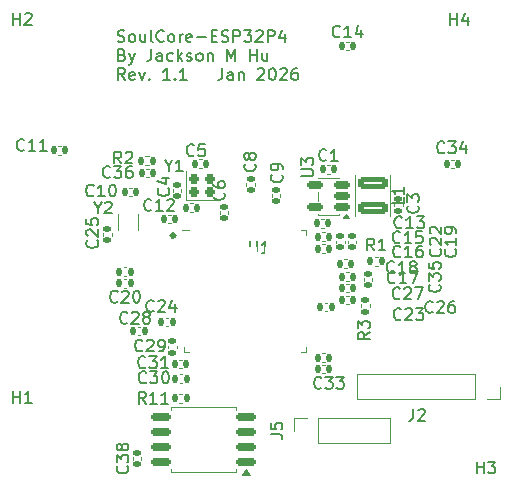
<source format=gbr>
%TF.GenerationSoftware,KiCad,Pcbnew,9.0.6*%
%TF.CreationDate,2026-01-01T11:49:18+08:00*%
%TF.ProjectId,soulcore,736f756c-636f-4726-952e-6b696361645f,rev?*%
%TF.SameCoordinates,Original*%
%TF.FileFunction,Legend,Top*%
%TF.FilePolarity,Positive*%
%FSLAX46Y46*%
G04 Gerber Fmt 4.6, Leading zero omitted, Abs format (unit mm)*
G04 Created by KiCad (PCBNEW 9.0.6) date 2026-01-01 11:49:18*
%MOMM*%
%LPD*%
G01*
G04 APERTURE LIST*
G04 Aperture macros list*
%AMRoundRect*
0 Rectangle with rounded corners*
0 $1 Rounding radius*
0 $2 $3 $4 $5 $6 $7 $8 $9 X,Y pos of 4 corners*
0 Add a 4 corners polygon primitive as box body*
4,1,4,$2,$3,$4,$5,$6,$7,$8,$9,$2,$3,0*
0 Add four circle primitives for the rounded corners*
1,1,$1+$1,$2,$3*
1,1,$1+$1,$4,$5*
1,1,$1+$1,$6,$7*
1,1,$1+$1,$8,$9*
0 Add four rect primitives between the rounded corners*
20,1,$1+$1,$2,$3,$4,$5,0*
20,1,$1+$1,$4,$5,$6,$7,0*
20,1,$1+$1,$6,$7,$8,$9,0*
20,1,$1+$1,$8,$9,$2,$3,0*%
G04 Aperture macros list end*
%ADD10C,0.150000*%
%ADD11C,0.120000*%
%ADD12C,0.300000*%
%ADD13RoundRect,0.135000X0.185000X-0.135000X0.185000X0.135000X-0.185000X0.135000X-0.185000X-0.135000X0*%
%ADD14RoundRect,0.140000X-0.140000X-0.170000X0.140000X-0.170000X0.140000X0.170000X-0.140000X0.170000X0*%
%ADD15RoundRect,0.140000X0.170000X-0.140000X0.170000X0.140000X-0.170000X0.140000X-0.170000X-0.140000X0*%
%ADD16RoundRect,0.140000X0.140000X0.170000X-0.140000X0.170000X-0.140000X-0.170000X0.140000X-0.170000X0*%
%ADD17C,4.400000*%
%ADD18RoundRect,0.150000X0.512500X0.150000X-0.512500X0.150000X-0.512500X-0.150000X0.512500X-0.150000X0*%
%ADD19R,1.800000X1.000000*%
%ADD20RoundRect,0.162500X0.650000X0.162500X-0.650000X0.162500X-0.650000X-0.162500X0.650000X-0.162500X0*%
%ADD21O,0.650000X0.200000*%
%ADD22O,0.200000X0.650000*%
%ADD23R,2.100000X2.100000*%
%ADD24RoundRect,0.140000X-0.170000X0.140000X-0.170000X-0.140000X0.170000X-0.140000X0.170000X0.140000X0*%
%ADD25R,1.350000X1.350000*%
%ADD26C,1.350000*%
%ADD27RoundRect,0.135000X0.135000X0.185000X-0.135000X0.185000X-0.135000X-0.185000X0.135000X-0.185000X0*%
%ADD28RoundRect,0.250000X-1.000000X0.300000X-1.000000X-0.300000X1.000000X-0.300000X1.000000X0.300000X0*%
%ADD29RoundRect,0.200000X-0.250000X-0.200000X0.250000X-0.200000X0.250000X0.200000X-0.250000X0.200000X0*%
%ADD30RoundRect,0.135000X-0.135000X-0.185000X0.135000X-0.185000X0.135000X0.185000X-0.135000X0.185000X0*%
G04 APERTURE END LIST*
D10*
X114589160Y-102702312D02*
X114732017Y-102749931D01*
X114732017Y-102749931D02*
X114970112Y-102749931D01*
X114970112Y-102749931D02*
X115065350Y-102702312D01*
X115065350Y-102702312D02*
X115112969Y-102654692D01*
X115112969Y-102654692D02*
X115160588Y-102559454D01*
X115160588Y-102559454D02*
X115160588Y-102464216D01*
X115160588Y-102464216D02*
X115112969Y-102368978D01*
X115112969Y-102368978D02*
X115065350Y-102321359D01*
X115065350Y-102321359D02*
X114970112Y-102273740D01*
X114970112Y-102273740D02*
X114779636Y-102226121D01*
X114779636Y-102226121D02*
X114684398Y-102178502D01*
X114684398Y-102178502D02*
X114636779Y-102130883D01*
X114636779Y-102130883D02*
X114589160Y-102035645D01*
X114589160Y-102035645D02*
X114589160Y-101940407D01*
X114589160Y-101940407D02*
X114636779Y-101845169D01*
X114636779Y-101845169D02*
X114684398Y-101797550D01*
X114684398Y-101797550D02*
X114779636Y-101749931D01*
X114779636Y-101749931D02*
X115017731Y-101749931D01*
X115017731Y-101749931D02*
X115160588Y-101797550D01*
X115732017Y-102749931D02*
X115636779Y-102702312D01*
X115636779Y-102702312D02*
X115589160Y-102654692D01*
X115589160Y-102654692D02*
X115541541Y-102559454D01*
X115541541Y-102559454D02*
X115541541Y-102273740D01*
X115541541Y-102273740D02*
X115589160Y-102178502D01*
X115589160Y-102178502D02*
X115636779Y-102130883D01*
X115636779Y-102130883D02*
X115732017Y-102083264D01*
X115732017Y-102083264D02*
X115874874Y-102083264D01*
X115874874Y-102083264D02*
X115970112Y-102130883D01*
X115970112Y-102130883D02*
X116017731Y-102178502D01*
X116017731Y-102178502D02*
X116065350Y-102273740D01*
X116065350Y-102273740D02*
X116065350Y-102559454D01*
X116065350Y-102559454D02*
X116017731Y-102654692D01*
X116017731Y-102654692D02*
X115970112Y-102702312D01*
X115970112Y-102702312D02*
X115874874Y-102749931D01*
X115874874Y-102749931D02*
X115732017Y-102749931D01*
X116922493Y-102083264D02*
X116922493Y-102749931D01*
X116493922Y-102083264D02*
X116493922Y-102607073D01*
X116493922Y-102607073D02*
X116541541Y-102702312D01*
X116541541Y-102702312D02*
X116636779Y-102749931D01*
X116636779Y-102749931D02*
X116779636Y-102749931D01*
X116779636Y-102749931D02*
X116874874Y-102702312D01*
X116874874Y-102702312D02*
X116922493Y-102654692D01*
X117541541Y-102749931D02*
X117446303Y-102702312D01*
X117446303Y-102702312D02*
X117398684Y-102607073D01*
X117398684Y-102607073D02*
X117398684Y-101749931D01*
X118493922Y-102654692D02*
X118446303Y-102702312D01*
X118446303Y-102702312D02*
X118303446Y-102749931D01*
X118303446Y-102749931D02*
X118208208Y-102749931D01*
X118208208Y-102749931D02*
X118065351Y-102702312D01*
X118065351Y-102702312D02*
X117970113Y-102607073D01*
X117970113Y-102607073D02*
X117922494Y-102511835D01*
X117922494Y-102511835D02*
X117874875Y-102321359D01*
X117874875Y-102321359D02*
X117874875Y-102178502D01*
X117874875Y-102178502D02*
X117922494Y-101988026D01*
X117922494Y-101988026D02*
X117970113Y-101892788D01*
X117970113Y-101892788D02*
X118065351Y-101797550D01*
X118065351Y-101797550D02*
X118208208Y-101749931D01*
X118208208Y-101749931D02*
X118303446Y-101749931D01*
X118303446Y-101749931D02*
X118446303Y-101797550D01*
X118446303Y-101797550D02*
X118493922Y-101845169D01*
X119065351Y-102749931D02*
X118970113Y-102702312D01*
X118970113Y-102702312D02*
X118922494Y-102654692D01*
X118922494Y-102654692D02*
X118874875Y-102559454D01*
X118874875Y-102559454D02*
X118874875Y-102273740D01*
X118874875Y-102273740D02*
X118922494Y-102178502D01*
X118922494Y-102178502D02*
X118970113Y-102130883D01*
X118970113Y-102130883D02*
X119065351Y-102083264D01*
X119065351Y-102083264D02*
X119208208Y-102083264D01*
X119208208Y-102083264D02*
X119303446Y-102130883D01*
X119303446Y-102130883D02*
X119351065Y-102178502D01*
X119351065Y-102178502D02*
X119398684Y-102273740D01*
X119398684Y-102273740D02*
X119398684Y-102559454D01*
X119398684Y-102559454D02*
X119351065Y-102654692D01*
X119351065Y-102654692D02*
X119303446Y-102702312D01*
X119303446Y-102702312D02*
X119208208Y-102749931D01*
X119208208Y-102749931D02*
X119065351Y-102749931D01*
X119827256Y-102749931D02*
X119827256Y-102083264D01*
X119827256Y-102273740D02*
X119874875Y-102178502D01*
X119874875Y-102178502D02*
X119922494Y-102130883D01*
X119922494Y-102130883D02*
X120017732Y-102083264D01*
X120017732Y-102083264D02*
X120112970Y-102083264D01*
X120827256Y-102702312D02*
X120732018Y-102749931D01*
X120732018Y-102749931D02*
X120541542Y-102749931D01*
X120541542Y-102749931D02*
X120446304Y-102702312D01*
X120446304Y-102702312D02*
X120398685Y-102607073D01*
X120398685Y-102607073D02*
X120398685Y-102226121D01*
X120398685Y-102226121D02*
X120446304Y-102130883D01*
X120446304Y-102130883D02*
X120541542Y-102083264D01*
X120541542Y-102083264D02*
X120732018Y-102083264D01*
X120732018Y-102083264D02*
X120827256Y-102130883D01*
X120827256Y-102130883D02*
X120874875Y-102226121D01*
X120874875Y-102226121D02*
X120874875Y-102321359D01*
X120874875Y-102321359D02*
X120398685Y-102416597D01*
X121303447Y-102368978D02*
X122065352Y-102368978D01*
X122541542Y-102226121D02*
X122874875Y-102226121D01*
X123017732Y-102749931D02*
X122541542Y-102749931D01*
X122541542Y-102749931D02*
X122541542Y-101749931D01*
X122541542Y-101749931D02*
X123017732Y-101749931D01*
X123398685Y-102702312D02*
X123541542Y-102749931D01*
X123541542Y-102749931D02*
X123779637Y-102749931D01*
X123779637Y-102749931D02*
X123874875Y-102702312D01*
X123874875Y-102702312D02*
X123922494Y-102654692D01*
X123922494Y-102654692D02*
X123970113Y-102559454D01*
X123970113Y-102559454D02*
X123970113Y-102464216D01*
X123970113Y-102464216D02*
X123922494Y-102368978D01*
X123922494Y-102368978D02*
X123874875Y-102321359D01*
X123874875Y-102321359D02*
X123779637Y-102273740D01*
X123779637Y-102273740D02*
X123589161Y-102226121D01*
X123589161Y-102226121D02*
X123493923Y-102178502D01*
X123493923Y-102178502D02*
X123446304Y-102130883D01*
X123446304Y-102130883D02*
X123398685Y-102035645D01*
X123398685Y-102035645D02*
X123398685Y-101940407D01*
X123398685Y-101940407D02*
X123446304Y-101845169D01*
X123446304Y-101845169D02*
X123493923Y-101797550D01*
X123493923Y-101797550D02*
X123589161Y-101749931D01*
X123589161Y-101749931D02*
X123827256Y-101749931D01*
X123827256Y-101749931D02*
X123970113Y-101797550D01*
X124398685Y-102749931D02*
X124398685Y-101749931D01*
X124398685Y-101749931D02*
X124779637Y-101749931D01*
X124779637Y-101749931D02*
X124874875Y-101797550D01*
X124874875Y-101797550D02*
X124922494Y-101845169D01*
X124922494Y-101845169D02*
X124970113Y-101940407D01*
X124970113Y-101940407D02*
X124970113Y-102083264D01*
X124970113Y-102083264D02*
X124922494Y-102178502D01*
X124922494Y-102178502D02*
X124874875Y-102226121D01*
X124874875Y-102226121D02*
X124779637Y-102273740D01*
X124779637Y-102273740D02*
X124398685Y-102273740D01*
X125303447Y-101749931D02*
X125922494Y-101749931D01*
X125922494Y-101749931D02*
X125589161Y-102130883D01*
X125589161Y-102130883D02*
X125732018Y-102130883D01*
X125732018Y-102130883D02*
X125827256Y-102178502D01*
X125827256Y-102178502D02*
X125874875Y-102226121D01*
X125874875Y-102226121D02*
X125922494Y-102321359D01*
X125922494Y-102321359D02*
X125922494Y-102559454D01*
X125922494Y-102559454D02*
X125874875Y-102654692D01*
X125874875Y-102654692D02*
X125827256Y-102702312D01*
X125827256Y-102702312D02*
X125732018Y-102749931D01*
X125732018Y-102749931D02*
X125446304Y-102749931D01*
X125446304Y-102749931D02*
X125351066Y-102702312D01*
X125351066Y-102702312D02*
X125303447Y-102654692D01*
X126303447Y-101845169D02*
X126351066Y-101797550D01*
X126351066Y-101797550D02*
X126446304Y-101749931D01*
X126446304Y-101749931D02*
X126684399Y-101749931D01*
X126684399Y-101749931D02*
X126779637Y-101797550D01*
X126779637Y-101797550D02*
X126827256Y-101845169D01*
X126827256Y-101845169D02*
X126874875Y-101940407D01*
X126874875Y-101940407D02*
X126874875Y-102035645D01*
X126874875Y-102035645D02*
X126827256Y-102178502D01*
X126827256Y-102178502D02*
X126255828Y-102749931D01*
X126255828Y-102749931D02*
X126874875Y-102749931D01*
X127303447Y-102749931D02*
X127303447Y-101749931D01*
X127303447Y-101749931D02*
X127684399Y-101749931D01*
X127684399Y-101749931D02*
X127779637Y-101797550D01*
X127779637Y-101797550D02*
X127827256Y-101845169D01*
X127827256Y-101845169D02*
X127874875Y-101940407D01*
X127874875Y-101940407D02*
X127874875Y-102083264D01*
X127874875Y-102083264D02*
X127827256Y-102178502D01*
X127827256Y-102178502D02*
X127779637Y-102226121D01*
X127779637Y-102226121D02*
X127684399Y-102273740D01*
X127684399Y-102273740D02*
X127303447Y-102273740D01*
X128732018Y-102083264D02*
X128732018Y-102749931D01*
X128493923Y-101702312D02*
X128255828Y-102416597D01*
X128255828Y-102416597D02*
X128874875Y-102416597D01*
X114970112Y-103836065D02*
X115112969Y-103883684D01*
X115112969Y-103883684D02*
X115160588Y-103931303D01*
X115160588Y-103931303D02*
X115208207Y-104026541D01*
X115208207Y-104026541D02*
X115208207Y-104169398D01*
X115208207Y-104169398D02*
X115160588Y-104264636D01*
X115160588Y-104264636D02*
X115112969Y-104312256D01*
X115112969Y-104312256D02*
X115017731Y-104359875D01*
X115017731Y-104359875D02*
X114636779Y-104359875D01*
X114636779Y-104359875D02*
X114636779Y-103359875D01*
X114636779Y-103359875D02*
X114970112Y-103359875D01*
X114970112Y-103359875D02*
X115065350Y-103407494D01*
X115065350Y-103407494D02*
X115112969Y-103455113D01*
X115112969Y-103455113D02*
X115160588Y-103550351D01*
X115160588Y-103550351D02*
X115160588Y-103645589D01*
X115160588Y-103645589D02*
X115112969Y-103740827D01*
X115112969Y-103740827D02*
X115065350Y-103788446D01*
X115065350Y-103788446D02*
X114970112Y-103836065D01*
X114970112Y-103836065D02*
X114636779Y-103836065D01*
X115541541Y-103693208D02*
X115779636Y-104359875D01*
X116017731Y-103693208D02*
X115779636Y-104359875D01*
X115779636Y-104359875D02*
X115684398Y-104597970D01*
X115684398Y-104597970D02*
X115636779Y-104645589D01*
X115636779Y-104645589D02*
X115541541Y-104693208D01*
X117446303Y-103359875D02*
X117446303Y-104074160D01*
X117446303Y-104074160D02*
X117398684Y-104217017D01*
X117398684Y-104217017D02*
X117303446Y-104312256D01*
X117303446Y-104312256D02*
X117160589Y-104359875D01*
X117160589Y-104359875D02*
X117065351Y-104359875D01*
X118351065Y-104359875D02*
X118351065Y-103836065D01*
X118351065Y-103836065D02*
X118303446Y-103740827D01*
X118303446Y-103740827D02*
X118208208Y-103693208D01*
X118208208Y-103693208D02*
X118017732Y-103693208D01*
X118017732Y-103693208D02*
X117922494Y-103740827D01*
X118351065Y-104312256D02*
X118255827Y-104359875D01*
X118255827Y-104359875D02*
X118017732Y-104359875D01*
X118017732Y-104359875D02*
X117922494Y-104312256D01*
X117922494Y-104312256D02*
X117874875Y-104217017D01*
X117874875Y-104217017D02*
X117874875Y-104121779D01*
X117874875Y-104121779D02*
X117922494Y-104026541D01*
X117922494Y-104026541D02*
X118017732Y-103978922D01*
X118017732Y-103978922D02*
X118255827Y-103978922D01*
X118255827Y-103978922D02*
X118351065Y-103931303D01*
X119255827Y-104312256D02*
X119160589Y-104359875D01*
X119160589Y-104359875D02*
X118970113Y-104359875D01*
X118970113Y-104359875D02*
X118874875Y-104312256D01*
X118874875Y-104312256D02*
X118827256Y-104264636D01*
X118827256Y-104264636D02*
X118779637Y-104169398D01*
X118779637Y-104169398D02*
X118779637Y-103883684D01*
X118779637Y-103883684D02*
X118827256Y-103788446D01*
X118827256Y-103788446D02*
X118874875Y-103740827D01*
X118874875Y-103740827D02*
X118970113Y-103693208D01*
X118970113Y-103693208D02*
X119160589Y-103693208D01*
X119160589Y-103693208D02*
X119255827Y-103740827D01*
X119684399Y-104359875D02*
X119684399Y-103359875D01*
X119779637Y-103978922D02*
X120065351Y-104359875D01*
X120065351Y-103693208D02*
X119684399Y-104074160D01*
X120446304Y-104312256D02*
X120541542Y-104359875D01*
X120541542Y-104359875D02*
X120732018Y-104359875D01*
X120732018Y-104359875D02*
X120827256Y-104312256D01*
X120827256Y-104312256D02*
X120874875Y-104217017D01*
X120874875Y-104217017D02*
X120874875Y-104169398D01*
X120874875Y-104169398D02*
X120827256Y-104074160D01*
X120827256Y-104074160D02*
X120732018Y-104026541D01*
X120732018Y-104026541D02*
X120589161Y-104026541D01*
X120589161Y-104026541D02*
X120493923Y-103978922D01*
X120493923Y-103978922D02*
X120446304Y-103883684D01*
X120446304Y-103883684D02*
X120446304Y-103836065D01*
X120446304Y-103836065D02*
X120493923Y-103740827D01*
X120493923Y-103740827D02*
X120589161Y-103693208D01*
X120589161Y-103693208D02*
X120732018Y-103693208D01*
X120732018Y-103693208D02*
X120827256Y-103740827D01*
X121446304Y-104359875D02*
X121351066Y-104312256D01*
X121351066Y-104312256D02*
X121303447Y-104264636D01*
X121303447Y-104264636D02*
X121255828Y-104169398D01*
X121255828Y-104169398D02*
X121255828Y-103883684D01*
X121255828Y-103883684D02*
X121303447Y-103788446D01*
X121303447Y-103788446D02*
X121351066Y-103740827D01*
X121351066Y-103740827D02*
X121446304Y-103693208D01*
X121446304Y-103693208D02*
X121589161Y-103693208D01*
X121589161Y-103693208D02*
X121684399Y-103740827D01*
X121684399Y-103740827D02*
X121732018Y-103788446D01*
X121732018Y-103788446D02*
X121779637Y-103883684D01*
X121779637Y-103883684D02*
X121779637Y-104169398D01*
X121779637Y-104169398D02*
X121732018Y-104264636D01*
X121732018Y-104264636D02*
X121684399Y-104312256D01*
X121684399Y-104312256D02*
X121589161Y-104359875D01*
X121589161Y-104359875D02*
X121446304Y-104359875D01*
X122208209Y-103693208D02*
X122208209Y-104359875D01*
X122208209Y-103788446D02*
X122255828Y-103740827D01*
X122255828Y-103740827D02*
X122351066Y-103693208D01*
X122351066Y-103693208D02*
X122493923Y-103693208D01*
X122493923Y-103693208D02*
X122589161Y-103740827D01*
X122589161Y-103740827D02*
X122636780Y-103836065D01*
X122636780Y-103836065D02*
X122636780Y-104359875D01*
X123874876Y-104359875D02*
X123874876Y-103359875D01*
X123874876Y-103359875D02*
X124208209Y-104074160D01*
X124208209Y-104074160D02*
X124541542Y-103359875D01*
X124541542Y-103359875D02*
X124541542Y-104359875D01*
X125779638Y-104359875D02*
X125779638Y-103359875D01*
X125779638Y-103836065D02*
X126351066Y-103836065D01*
X126351066Y-104359875D02*
X126351066Y-103359875D01*
X127255828Y-103693208D02*
X127255828Y-104359875D01*
X126827257Y-103693208D02*
X126827257Y-104217017D01*
X126827257Y-104217017D02*
X126874876Y-104312256D01*
X126874876Y-104312256D02*
X126970114Y-104359875D01*
X126970114Y-104359875D02*
X127112971Y-104359875D01*
X127112971Y-104359875D02*
X127208209Y-104312256D01*
X127208209Y-104312256D02*
X127255828Y-104264636D01*
X115208207Y-105969819D02*
X114874874Y-105493628D01*
X114636779Y-105969819D02*
X114636779Y-104969819D01*
X114636779Y-104969819D02*
X115017731Y-104969819D01*
X115017731Y-104969819D02*
X115112969Y-105017438D01*
X115112969Y-105017438D02*
X115160588Y-105065057D01*
X115160588Y-105065057D02*
X115208207Y-105160295D01*
X115208207Y-105160295D02*
X115208207Y-105303152D01*
X115208207Y-105303152D02*
X115160588Y-105398390D01*
X115160588Y-105398390D02*
X115112969Y-105446009D01*
X115112969Y-105446009D02*
X115017731Y-105493628D01*
X115017731Y-105493628D02*
X114636779Y-105493628D01*
X116017731Y-105922200D02*
X115922493Y-105969819D01*
X115922493Y-105969819D02*
X115732017Y-105969819D01*
X115732017Y-105969819D02*
X115636779Y-105922200D01*
X115636779Y-105922200D02*
X115589160Y-105826961D01*
X115589160Y-105826961D02*
X115589160Y-105446009D01*
X115589160Y-105446009D02*
X115636779Y-105350771D01*
X115636779Y-105350771D02*
X115732017Y-105303152D01*
X115732017Y-105303152D02*
X115922493Y-105303152D01*
X115922493Y-105303152D02*
X116017731Y-105350771D01*
X116017731Y-105350771D02*
X116065350Y-105446009D01*
X116065350Y-105446009D02*
X116065350Y-105541247D01*
X116065350Y-105541247D02*
X115589160Y-105636485D01*
X116398684Y-105303152D02*
X116636779Y-105969819D01*
X116636779Y-105969819D02*
X116874874Y-105303152D01*
X117255827Y-105874580D02*
X117303446Y-105922200D01*
X117303446Y-105922200D02*
X117255827Y-105969819D01*
X117255827Y-105969819D02*
X117208208Y-105922200D01*
X117208208Y-105922200D02*
X117255827Y-105874580D01*
X117255827Y-105874580D02*
X117255827Y-105969819D01*
X119017731Y-105969819D02*
X118446303Y-105969819D01*
X118732017Y-105969819D02*
X118732017Y-104969819D01*
X118732017Y-104969819D02*
X118636779Y-105112676D01*
X118636779Y-105112676D02*
X118541541Y-105207914D01*
X118541541Y-105207914D02*
X118446303Y-105255533D01*
X119446303Y-105874580D02*
X119493922Y-105922200D01*
X119493922Y-105922200D02*
X119446303Y-105969819D01*
X119446303Y-105969819D02*
X119398684Y-105922200D01*
X119398684Y-105922200D02*
X119446303Y-105874580D01*
X119446303Y-105874580D02*
X119446303Y-105969819D01*
X120446302Y-105969819D02*
X119874874Y-105969819D01*
X120160588Y-105969819D02*
X120160588Y-104969819D01*
X120160588Y-104969819D02*
X120065350Y-105112676D01*
X120065350Y-105112676D02*
X119970112Y-105207914D01*
X119970112Y-105207914D02*
X119874874Y-105255533D01*
X123446303Y-104969819D02*
X123446303Y-105684104D01*
X123446303Y-105684104D02*
X123398684Y-105826961D01*
X123398684Y-105826961D02*
X123303446Y-105922200D01*
X123303446Y-105922200D02*
X123160589Y-105969819D01*
X123160589Y-105969819D02*
X123065351Y-105969819D01*
X124351065Y-105969819D02*
X124351065Y-105446009D01*
X124351065Y-105446009D02*
X124303446Y-105350771D01*
X124303446Y-105350771D02*
X124208208Y-105303152D01*
X124208208Y-105303152D02*
X124017732Y-105303152D01*
X124017732Y-105303152D02*
X123922494Y-105350771D01*
X124351065Y-105922200D02*
X124255827Y-105969819D01*
X124255827Y-105969819D02*
X124017732Y-105969819D01*
X124017732Y-105969819D02*
X123922494Y-105922200D01*
X123922494Y-105922200D02*
X123874875Y-105826961D01*
X123874875Y-105826961D02*
X123874875Y-105731723D01*
X123874875Y-105731723D02*
X123922494Y-105636485D01*
X123922494Y-105636485D02*
X124017732Y-105588866D01*
X124017732Y-105588866D02*
X124255827Y-105588866D01*
X124255827Y-105588866D02*
X124351065Y-105541247D01*
X124827256Y-105303152D02*
X124827256Y-105969819D01*
X124827256Y-105398390D02*
X124874875Y-105350771D01*
X124874875Y-105350771D02*
X124970113Y-105303152D01*
X124970113Y-105303152D02*
X125112970Y-105303152D01*
X125112970Y-105303152D02*
X125208208Y-105350771D01*
X125208208Y-105350771D02*
X125255827Y-105446009D01*
X125255827Y-105446009D02*
X125255827Y-105969819D01*
X126446304Y-105065057D02*
X126493923Y-105017438D01*
X126493923Y-105017438D02*
X126589161Y-104969819D01*
X126589161Y-104969819D02*
X126827256Y-104969819D01*
X126827256Y-104969819D02*
X126922494Y-105017438D01*
X126922494Y-105017438D02*
X126970113Y-105065057D01*
X126970113Y-105065057D02*
X127017732Y-105160295D01*
X127017732Y-105160295D02*
X127017732Y-105255533D01*
X127017732Y-105255533D02*
X126970113Y-105398390D01*
X126970113Y-105398390D02*
X126398685Y-105969819D01*
X126398685Y-105969819D02*
X127017732Y-105969819D01*
X127636780Y-104969819D02*
X127732018Y-104969819D01*
X127732018Y-104969819D02*
X127827256Y-105017438D01*
X127827256Y-105017438D02*
X127874875Y-105065057D01*
X127874875Y-105065057D02*
X127922494Y-105160295D01*
X127922494Y-105160295D02*
X127970113Y-105350771D01*
X127970113Y-105350771D02*
X127970113Y-105588866D01*
X127970113Y-105588866D02*
X127922494Y-105779342D01*
X127922494Y-105779342D02*
X127874875Y-105874580D01*
X127874875Y-105874580D02*
X127827256Y-105922200D01*
X127827256Y-105922200D02*
X127732018Y-105969819D01*
X127732018Y-105969819D02*
X127636780Y-105969819D01*
X127636780Y-105969819D02*
X127541542Y-105922200D01*
X127541542Y-105922200D02*
X127493923Y-105874580D01*
X127493923Y-105874580D02*
X127446304Y-105779342D01*
X127446304Y-105779342D02*
X127398685Y-105588866D01*
X127398685Y-105588866D02*
X127398685Y-105350771D01*
X127398685Y-105350771D02*
X127446304Y-105160295D01*
X127446304Y-105160295D02*
X127493923Y-105065057D01*
X127493923Y-105065057D02*
X127541542Y-105017438D01*
X127541542Y-105017438D02*
X127636780Y-104969819D01*
X128351066Y-105065057D02*
X128398685Y-105017438D01*
X128398685Y-105017438D02*
X128493923Y-104969819D01*
X128493923Y-104969819D02*
X128732018Y-104969819D01*
X128732018Y-104969819D02*
X128827256Y-105017438D01*
X128827256Y-105017438D02*
X128874875Y-105065057D01*
X128874875Y-105065057D02*
X128922494Y-105160295D01*
X128922494Y-105160295D02*
X128922494Y-105255533D01*
X128922494Y-105255533D02*
X128874875Y-105398390D01*
X128874875Y-105398390D02*
X128303447Y-105969819D01*
X128303447Y-105969819D02*
X128922494Y-105969819D01*
X129779637Y-104969819D02*
X129589161Y-104969819D01*
X129589161Y-104969819D02*
X129493923Y-105017438D01*
X129493923Y-105017438D02*
X129446304Y-105065057D01*
X129446304Y-105065057D02*
X129351066Y-105207914D01*
X129351066Y-105207914D02*
X129303447Y-105398390D01*
X129303447Y-105398390D02*
X129303447Y-105779342D01*
X129303447Y-105779342D02*
X129351066Y-105874580D01*
X129351066Y-105874580D02*
X129398685Y-105922200D01*
X129398685Y-105922200D02*
X129493923Y-105969819D01*
X129493923Y-105969819D02*
X129684399Y-105969819D01*
X129684399Y-105969819D02*
X129779637Y-105922200D01*
X129779637Y-105922200D02*
X129827256Y-105874580D01*
X129827256Y-105874580D02*
X129874875Y-105779342D01*
X129874875Y-105779342D02*
X129874875Y-105541247D01*
X129874875Y-105541247D02*
X129827256Y-105446009D01*
X129827256Y-105446009D02*
X129779637Y-105398390D01*
X129779637Y-105398390D02*
X129684399Y-105350771D01*
X129684399Y-105350771D02*
X129493923Y-105350771D01*
X129493923Y-105350771D02*
X129398685Y-105398390D01*
X129398685Y-105398390D02*
X129351066Y-105446009D01*
X129351066Y-105446009D02*
X129303447Y-105541247D01*
X135914819Y-127326666D02*
X135438628Y-127659999D01*
X135914819Y-127898094D02*
X134914819Y-127898094D01*
X134914819Y-127898094D02*
X134914819Y-127517142D01*
X134914819Y-127517142D02*
X134962438Y-127421904D01*
X134962438Y-127421904D02*
X135010057Y-127374285D01*
X135010057Y-127374285D02*
X135105295Y-127326666D01*
X135105295Y-127326666D02*
X135248152Y-127326666D01*
X135248152Y-127326666D02*
X135343390Y-127374285D01*
X135343390Y-127374285D02*
X135391009Y-127421904D01*
X135391009Y-127421904D02*
X135438628Y-127517142D01*
X135438628Y-127517142D02*
X135438628Y-127898094D01*
X134914819Y-126993332D02*
X134914819Y-126374285D01*
X134914819Y-126374285D02*
X135295771Y-126707618D01*
X135295771Y-126707618D02*
X135295771Y-126564761D01*
X135295771Y-126564761D02*
X135343390Y-126469523D01*
X135343390Y-126469523D02*
X135391009Y-126421904D01*
X135391009Y-126421904D02*
X135486247Y-126374285D01*
X135486247Y-126374285D02*
X135724342Y-126374285D01*
X135724342Y-126374285D02*
X135819580Y-126421904D01*
X135819580Y-126421904D02*
X135867200Y-126469523D01*
X135867200Y-126469523D02*
X135914819Y-126564761D01*
X135914819Y-126564761D02*
X135914819Y-126850475D01*
X135914819Y-126850475D02*
X135867200Y-126945713D01*
X135867200Y-126945713D02*
X135819580Y-126993332D01*
X138077142Y-123079580D02*
X138029523Y-123127200D01*
X138029523Y-123127200D02*
X137886666Y-123174819D01*
X137886666Y-123174819D02*
X137791428Y-123174819D01*
X137791428Y-123174819D02*
X137648571Y-123127200D01*
X137648571Y-123127200D02*
X137553333Y-123031961D01*
X137553333Y-123031961D02*
X137505714Y-122936723D01*
X137505714Y-122936723D02*
X137458095Y-122746247D01*
X137458095Y-122746247D02*
X137458095Y-122603390D01*
X137458095Y-122603390D02*
X137505714Y-122412914D01*
X137505714Y-122412914D02*
X137553333Y-122317676D01*
X137553333Y-122317676D02*
X137648571Y-122222438D01*
X137648571Y-122222438D02*
X137791428Y-122174819D01*
X137791428Y-122174819D02*
X137886666Y-122174819D01*
X137886666Y-122174819D02*
X138029523Y-122222438D01*
X138029523Y-122222438D02*
X138077142Y-122270057D01*
X139029523Y-123174819D02*
X138458095Y-123174819D01*
X138743809Y-123174819D02*
X138743809Y-122174819D01*
X138743809Y-122174819D02*
X138648571Y-122317676D01*
X138648571Y-122317676D02*
X138553333Y-122412914D01*
X138553333Y-122412914D02*
X138458095Y-122460533D01*
X139362857Y-122174819D02*
X140029523Y-122174819D01*
X140029523Y-122174819D02*
X139600952Y-123174819D01*
X126199580Y-113086666D02*
X126247200Y-113134285D01*
X126247200Y-113134285D02*
X126294819Y-113277142D01*
X126294819Y-113277142D02*
X126294819Y-113372380D01*
X126294819Y-113372380D02*
X126247200Y-113515237D01*
X126247200Y-113515237D02*
X126151961Y-113610475D01*
X126151961Y-113610475D02*
X126056723Y-113658094D01*
X126056723Y-113658094D02*
X125866247Y-113705713D01*
X125866247Y-113705713D02*
X125723390Y-113705713D01*
X125723390Y-113705713D02*
X125532914Y-113658094D01*
X125532914Y-113658094D02*
X125437676Y-113610475D01*
X125437676Y-113610475D02*
X125342438Y-113515237D01*
X125342438Y-113515237D02*
X125294819Y-113372380D01*
X125294819Y-113372380D02*
X125294819Y-113277142D01*
X125294819Y-113277142D02*
X125342438Y-113134285D01*
X125342438Y-113134285D02*
X125390057Y-113086666D01*
X125723390Y-112515237D02*
X125675771Y-112610475D01*
X125675771Y-112610475D02*
X125628152Y-112658094D01*
X125628152Y-112658094D02*
X125532914Y-112705713D01*
X125532914Y-112705713D02*
X125485295Y-112705713D01*
X125485295Y-112705713D02*
X125390057Y-112658094D01*
X125390057Y-112658094D02*
X125342438Y-112610475D01*
X125342438Y-112610475D02*
X125294819Y-112515237D01*
X125294819Y-112515237D02*
X125294819Y-112324761D01*
X125294819Y-112324761D02*
X125342438Y-112229523D01*
X125342438Y-112229523D02*
X125390057Y-112181904D01*
X125390057Y-112181904D02*
X125485295Y-112134285D01*
X125485295Y-112134285D02*
X125532914Y-112134285D01*
X125532914Y-112134285D02*
X125628152Y-112181904D01*
X125628152Y-112181904D02*
X125675771Y-112229523D01*
X125675771Y-112229523D02*
X125723390Y-112324761D01*
X125723390Y-112324761D02*
X125723390Y-112515237D01*
X125723390Y-112515237D02*
X125771009Y-112610475D01*
X125771009Y-112610475D02*
X125818628Y-112658094D01*
X125818628Y-112658094D02*
X125913866Y-112705713D01*
X125913866Y-112705713D02*
X126104342Y-112705713D01*
X126104342Y-112705713D02*
X126199580Y-112658094D01*
X126199580Y-112658094D02*
X126247200Y-112610475D01*
X126247200Y-112610475D02*
X126294819Y-112515237D01*
X126294819Y-112515237D02*
X126294819Y-112324761D01*
X126294819Y-112324761D02*
X126247200Y-112229523D01*
X126247200Y-112229523D02*
X126199580Y-112181904D01*
X126199580Y-112181904D02*
X126104342Y-112134285D01*
X126104342Y-112134285D02*
X125913866Y-112134285D01*
X125913866Y-112134285D02*
X125818628Y-112181904D01*
X125818628Y-112181904D02*
X125771009Y-112229523D01*
X125771009Y-112229523D02*
X125723390Y-112324761D01*
X128469580Y-114006666D02*
X128517200Y-114054285D01*
X128517200Y-114054285D02*
X128564819Y-114197142D01*
X128564819Y-114197142D02*
X128564819Y-114292380D01*
X128564819Y-114292380D02*
X128517200Y-114435237D01*
X128517200Y-114435237D02*
X128421961Y-114530475D01*
X128421961Y-114530475D02*
X128326723Y-114578094D01*
X128326723Y-114578094D02*
X128136247Y-114625713D01*
X128136247Y-114625713D02*
X127993390Y-114625713D01*
X127993390Y-114625713D02*
X127802914Y-114578094D01*
X127802914Y-114578094D02*
X127707676Y-114530475D01*
X127707676Y-114530475D02*
X127612438Y-114435237D01*
X127612438Y-114435237D02*
X127564819Y-114292380D01*
X127564819Y-114292380D02*
X127564819Y-114197142D01*
X127564819Y-114197142D02*
X127612438Y-114054285D01*
X127612438Y-114054285D02*
X127660057Y-114006666D01*
X128564819Y-113530475D02*
X128564819Y-113339999D01*
X128564819Y-113339999D02*
X128517200Y-113244761D01*
X128517200Y-113244761D02*
X128469580Y-113197142D01*
X128469580Y-113197142D02*
X128326723Y-113101904D01*
X128326723Y-113101904D02*
X128136247Y-113054285D01*
X128136247Y-113054285D02*
X127755295Y-113054285D01*
X127755295Y-113054285D02*
X127660057Y-113101904D01*
X127660057Y-113101904D02*
X127612438Y-113149523D01*
X127612438Y-113149523D02*
X127564819Y-113244761D01*
X127564819Y-113244761D02*
X127564819Y-113435237D01*
X127564819Y-113435237D02*
X127612438Y-113530475D01*
X127612438Y-113530475D02*
X127660057Y-113578094D01*
X127660057Y-113578094D02*
X127755295Y-113625713D01*
X127755295Y-113625713D02*
X127993390Y-113625713D01*
X127993390Y-113625713D02*
X128088628Y-113578094D01*
X128088628Y-113578094D02*
X128136247Y-113530475D01*
X128136247Y-113530475D02*
X128183866Y-113435237D01*
X128183866Y-113435237D02*
X128183866Y-113244761D01*
X128183866Y-113244761D02*
X128136247Y-113149523D01*
X128136247Y-113149523D02*
X128088628Y-113101904D01*
X128088628Y-113101904D02*
X127993390Y-113054285D01*
X112849580Y-119557857D02*
X112897200Y-119605476D01*
X112897200Y-119605476D02*
X112944819Y-119748333D01*
X112944819Y-119748333D02*
X112944819Y-119843571D01*
X112944819Y-119843571D02*
X112897200Y-119986428D01*
X112897200Y-119986428D02*
X112801961Y-120081666D01*
X112801961Y-120081666D02*
X112706723Y-120129285D01*
X112706723Y-120129285D02*
X112516247Y-120176904D01*
X112516247Y-120176904D02*
X112373390Y-120176904D01*
X112373390Y-120176904D02*
X112182914Y-120129285D01*
X112182914Y-120129285D02*
X112087676Y-120081666D01*
X112087676Y-120081666D02*
X111992438Y-119986428D01*
X111992438Y-119986428D02*
X111944819Y-119843571D01*
X111944819Y-119843571D02*
X111944819Y-119748333D01*
X111944819Y-119748333D02*
X111992438Y-119605476D01*
X111992438Y-119605476D02*
X112040057Y-119557857D01*
X112040057Y-119176904D02*
X111992438Y-119129285D01*
X111992438Y-119129285D02*
X111944819Y-119034047D01*
X111944819Y-119034047D02*
X111944819Y-118795952D01*
X111944819Y-118795952D02*
X111992438Y-118700714D01*
X111992438Y-118700714D02*
X112040057Y-118653095D01*
X112040057Y-118653095D02*
X112135295Y-118605476D01*
X112135295Y-118605476D02*
X112230533Y-118605476D01*
X112230533Y-118605476D02*
X112373390Y-118653095D01*
X112373390Y-118653095D02*
X112944819Y-119224523D01*
X112944819Y-119224523D02*
X112944819Y-118605476D01*
X111944819Y-117700714D02*
X111944819Y-118176904D01*
X111944819Y-118176904D02*
X112421009Y-118224523D01*
X112421009Y-118224523D02*
X112373390Y-118176904D01*
X112373390Y-118176904D02*
X112325771Y-118081666D01*
X112325771Y-118081666D02*
X112325771Y-117843571D01*
X112325771Y-117843571D02*
X112373390Y-117748333D01*
X112373390Y-117748333D02*
X112421009Y-117700714D01*
X112421009Y-117700714D02*
X112516247Y-117653095D01*
X112516247Y-117653095D02*
X112754342Y-117653095D01*
X112754342Y-117653095D02*
X112849580Y-117700714D01*
X112849580Y-117700714D02*
X112897200Y-117748333D01*
X112897200Y-117748333D02*
X112944819Y-117843571D01*
X112944819Y-117843571D02*
X112944819Y-118081666D01*
X112944819Y-118081666D02*
X112897200Y-118176904D01*
X112897200Y-118176904D02*
X112849580Y-118224523D01*
X141257142Y-125584580D02*
X141209523Y-125632200D01*
X141209523Y-125632200D02*
X141066666Y-125679819D01*
X141066666Y-125679819D02*
X140971428Y-125679819D01*
X140971428Y-125679819D02*
X140828571Y-125632200D01*
X140828571Y-125632200D02*
X140733333Y-125536961D01*
X140733333Y-125536961D02*
X140685714Y-125441723D01*
X140685714Y-125441723D02*
X140638095Y-125251247D01*
X140638095Y-125251247D02*
X140638095Y-125108390D01*
X140638095Y-125108390D02*
X140685714Y-124917914D01*
X140685714Y-124917914D02*
X140733333Y-124822676D01*
X140733333Y-124822676D02*
X140828571Y-124727438D01*
X140828571Y-124727438D02*
X140971428Y-124679819D01*
X140971428Y-124679819D02*
X141066666Y-124679819D01*
X141066666Y-124679819D02*
X141209523Y-124727438D01*
X141209523Y-124727438D02*
X141257142Y-124775057D01*
X141638095Y-124775057D02*
X141685714Y-124727438D01*
X141685714Y-124727438D02*
X141780952Y-124679819D01*
X141780952Y-124679819D02*
X142019047Y-124679819D01*
X142019047Y-124679819D02*
X142114285Y-124727438D01*
X142114285Y-124727438D02*
X142161904Y-124775057D01*
X142161904Y-124775057D02*
X142209523Y-124870295D01*
X142209523Y-124870295D02*
X142209523Y-124965533D01*
X142209523Y-124965533D02*
X142161904Y-125108390D01*
X142161904Y-125108390D02*
X141590476Y-125679819D01*
X141590476Y-125679819D02*
X142209523Y-125679819D01*
X143066666Y-124679819D02*
X142876190Y-124679819D01*
X142876190Y-124679819D02*
X142780952Y-124727438D01*
X142780952Y-124727438D02*
X142733333Y-124775057D01*
X142733333Y-124775057D02*
X142638095Y-124917914D01*
X142638095Y-124917914D02*
X142590476Y-125108390D01*
X142590476Y-125108390D02*
X142590476Y-125489342D01*
X142590476Y-125489342D02*
X142638095Y-125584580D01*
X142638095Y-125584580D02*
X142685714Y-125632200D01*
X142685714Y-125632200D02*
X142780952Y-125679819D01*
X142780952Y-125679819D02*
X142971428Y-125679819D01*
X142971428Y-125679819D02*
X143066666Y-125632200D01*
X143066666Y-125632200D02*
X143114285Y-125584580D01*
X143114285Y-125584580D02*
X143161904Y-125489342D01*
X143161904Y-125489342D02*
X143161904Y-125251247D01*
X143161904Y-125251247D02*
X143114285Y-125156009D01*
X143114285Y-125156009D02*
X143066666Y-125108390D01*
X143066666Y-125108390D02*
X142971428Y-125060771D01*
X142971428Y-125060771D02*
X142780952Y-125060771D01*
X142780952Y-125060771D02*
X142685714Y-125108390D01*
X142685714Y-125108390D02*
X142638095Y-125156009D01*
X142638095Y-125156009D02*
X142590476Y-125251247D01*
X143179580Y-120312857D02*
X143227200Y-120360476D01*
X143227200Y-120360476D02*
X143274819Y-120503333D01*
X143274819Y-120503333D02*
X143274819Y-120598571D01*
X143274819Y-120598571D02*
X143227200Y-120741428D01*
X143227200Y-120741428D02*
X143131961Y-120836666D01*
X143131961Y-120836666D02*
X143036723Y-120884285D01*
X143036723Y-120884285D02*
X142846247Y-120931904D01*
X142846247Y-120931904D02*
X142703390Y-120931904D01*
X142703390Y-120931904D02*
X142512914Y-120884285D01*
X142512914Y-120884285D02*
X142417676Y-120836666D01*
X142417676Y-120836666D02*
X142322438Y-120741428D01*
X142322438Y-120741428D02*
X142274819Y-120598571D01*
X142274819Y-120598571D02*
X142274819Y-120503333D01*
X142274819Y-120503333D02*
X142322438Y-120360476D01*
X142322438Y-120360476D02*
X142370057Y-120312857D01*
X143274819Y-119360476D02*
X143274819Y-119931904D01*
X143274819Y-119646190D02*
X142274819Y-119646190D01*
X142274819Y-119646190D02*
X142417676Y-119741428D01*
X142417676Y-119741428D02*
X142512914Y-119836666D01*
X142512914Y-119836666D02*
X142560533Y-119931904D01*
X143274819Y-118884285D02*
X143274819Y-118693809D01*
X143274819Y-118693809D02*
X143227200Y-118598571D01*
X143227200Y-118598571D02*
X143179580Y-118550952D01*
X143179580Y-118550952D02*
X143036723Y-118455714D01*
X143036723Y-118455714D02*
X142846247Y-118408095D01*
X142846247Y-118408095D02*
X142465295Y-118408095D01*
X142465295Y-118408095D02*
X142370057Y-118455714D01*
X142370057Y-118455714D02*
X142322438Y-118503333D01*
X142322438Y-118503333D02*
X142274819Y-118598571D01*
X142274819Y-118598571D02*
X142274819Y-118789047D01*
X142274819Y-118789047D02*
X142322438Y-118884285D01*
X142322438Y-118884285D02*
X142370057Y-118931904D01*
X142370057Y-118931904D02*
X142465295Y-118979523D01*
X142465295Y-118979523D02*
X142703390Y-118979523D01*
X142703390Y-118979523D02*
X142798628Y-118931904D01*
X142798628Y-118931904D02*
X142846247Y-118884285D01*
X142846247Y-118884285D02*
X142893866Y-118789047D01*
X142893866Y-118789047D02*
X142893866Y-118598571D01*
X142893866Y-118598571D02*
X142846247Y-118503333D01*
X142846247Y-118503333D02*
X142798628Y-118455714D01*
X142798628Y-118455714D02*
X142703390Y-118408095D01*
X117447142Y-116954580D02*
X117399523Y-117002200D01*
X117399523Y-117002200D02*
X117256666Y-117049819D01*
X117256666Y-117049819D02*
X117161428Y-117049819D01*
X117161428Y-117049819D02*
X117018571Y-117002200D01*
X117018571Y-117002200D02*
X116923333Y-116906961D01*
X116923333Y-116906961D02*
X116875714Y-116811723D01*
X116875714Y-116811723D02*
X116828095Y-116621247D01*
X116828095Y-116621247D02*
X116828095Y-116478390D01*
X116828095Y-116478390D02*
X116875714Y-116287914D01*
X116875714Y-116287914D02*
X116923333Y-116192676D01*
X116923333Y-116192676D02*
X117018571Y-116097438D01*
X117018571Y-116097438D02*
X117161428Y-116049819D01*
X117161428Y-116049819D02*
X117256666Y-116049819D01*
X117256666Y-116049819D02*
X117399523Y-116097438D01*
X117399523Y-116097438D02*
X117447142Y-116145057D01*
X118399523Y-117049819D02*
X117828095Y-117049819D01*
X118113809Y-117049819D02*
X118113809Y-116049819D01*
X118113809Y-116049819D02*
X118018571Y-116192676D01*
X118018571Y-116192676D02*
X117923333Y-116287914D01*
X117923333Y-116287914D02*
X117828095Y-116335533D01*
X118780476Y-116145057D02*
X118828095Y-116097438D01*
X118828095Y-116097438D02*
X118923333Y-116049819D01*
X118923333Y-116049819D02*
X119161428Y-116049819D01*
X119161428Y-116049819D02*
X119256666Y-116097438D01*
X119256666Y-116097438D02*
X119304285Y-116145057D01*
X119304285Y-116145057D02*
X119351904Y-116240295D01*
X119351904Y-116240295D02*
X119351904Y-116335533D01*
X119351904Y-116335533D02*
X119304285Y-116478390D01*
X119304285Y-116478390D02*
X118732857Y-117049819D01*
X118732857Y-117049819D02*
X119351904Y-117049819D01*
X142738095Y-101304819D02*
X142738095Y-100304819D01*
X142738095Y-100781009D02*
X143309523Y-100781009D01*
X143309523Y-101304819D02*
X143309523Y-100304819D01*
X144214285Y-100638152D02*
X144214285Y-101304819D01*
X143976190Y-100257200D02*
X143738095Y-100971485D01*
X143738095Y-100971485D02*
X144357142Y-100971485D01*
X138647142Y-118429580D02*
X138599523Y-118477200D01*
X138599523Y-118477200D02*
X138456666Y-118524819D01*
X138456666Y-118524819D02*
X138361428Y-118524819D01*
X138361428Y-118524819D02*
X138218571Y-118477200D01*
X138218571Y-118477200D02*
X138123333Y-118381961D01*
X138123333Y-118381961D02*
X138075714Y-118286723D01*
X138075714Y-118286723D02*
X138028095Y-118096247D01*
X138028095Y-118096247D02*
X138028095Y-117953390D01*
X138028095Y-117953390D02*
X138075714Y-117762914D01*
X138075714Y-117762914D02*
X138123333Y-117667676D01*
X138123333Y-117667676D02*
X138218571Y-117572438D01*
X138218571Y-117572438D02*
X138361428Y-117524819D01*
X138361428Y-117524819D02*
X138456666Y-117524819D01*
X138456666Y-117524819D02*
X138599523Y-117572438D01*
X138599523Y-117572438D02*
X138647142Y-117620057D01*
X139599523Y-118524819D02*
X139028095Y-118524819D01*
X139313809Y-118524819D02*
X139313809Y-117524819D01*
X139313809Y-117524819D02*
X139218571Y-117667676D01*
X139218571Y-117667676D02*
X139123333Y-117762914D01*
X139123333Y-117762914D02*
X139028095Y-117810533D01*
X139932857Y-117524819D02*
X140551904Y-117524819D01*
X140551904Y-117524819D02*
X140218571Y-117905771D01*
X140218571Y-117905771D02*
X140361428Y-117905771D01*
X140361428Y-117905771D02*
X140456666Y-117953390D01*
X140456666Y-117953390D02*
X140504285Y-118001009D01*
X140504285Y-118001009D02*
X140551904Y-118096247D01*
X140551904Y-118096247D02*
X140551904Y-118334342D01*
X140551904Y-118334342D02*
X140504285Y-118429580D01*
X140504285Y-118429580D02*
X140456666Y-118477200D01*
X140456666Y-118477200D02*
X140361428Y-118524819D01*
X140361428Y-118524819D02*
X140075714Y-118524819D01*
X140075714Y-118524819D02*
X139980476Y-118477200D01*
X139980476Y-118477200D02*
X139932857Y-118429580D01*
X138537142Y-120899580D02*
X138489523Y-120947200D01*
X138489523Y-120947200D02*
X138346666Y-120994819D01*
X138346666Y-120994819D02*
X138251428Y-120994819D01*
X138251428Y-120994819D02*
X138108571Y-120947200D01*
X138108571Y-120947200D02*
X138013333Y-120851961D01*
X138013333Y-120851961D02*
X137965714Y-120756723D01*
X137965714Y-120756723D02*
X137918095Y-120566247D01*
X137918095Y-120566247D02*
X137918095Y-120423390D01*
X137918095Y-120423390D02*
X137965714Y-120232914D01*
X137965714Y-120232914D02*
X138013333Y-120137676D01*
X138013333Y-120137676D02*
X138108571Y-120042438D01*
X138108571Y-120042438D02*
X138251428Y-119994819D01*
X138251428Y-119994819D02*
X138346666Y-119994819D01*
X138346666Y-119994819D02*
X138489523Y-120042438D01*
X138489523Y-120042438D02*
X138537142Y-120090057D01*
X139489523Y-120994819D02*
X138918095Y-120994819D01*
X139203809Y-120994819D02*
X139203809Y-119994819D01*
X139203809Y-119994819D02*
X139108571Y-120137676D01*
X139108571Y-120137676D02*
X139013333Y-120232914D01*
X139013333Y-120232914D02*
X138918095Y-120280533D01*
X140346666Y-119994819D02*
X140156190Y-119994819D01*
X140156190Y-119994819D02*
X140060952Y-120042438D01*
X140060952Y-120042438D02*
X140013333Y-120090057D01*
X140013333Y-120090057D02*
X139918095Y-120232914D01*
X139918095Y-120232914D02*
X139870476Y-120423390D01*
X139870476Y-120423390D02*
X139870476Y-120804342D01*
X139870476Y-120804342D02*
X139918095Y-120899580D01*
X139918095Y-120899580D02*
X139965714Y-120947200D01*
X139965714Y-120947200D02*
X140060952Y-120994819D01*
X140060952Y-120994819D02*
X140251428Y-120994819D01*
X140251428Y-120994819D02*
X140346666Y-120947200D01*
X140346666Y-120947200D02*
X140394285Y-120899580D01*
X140394285Y-120899580D02*
X140441904Y-120804342D01*
X140441904Y-120804342D02*
X140441904Y-120566247D01*
X140441904Y-120566247D02*
X140394285Y-120471009D01*
X140394285Y-120471009D02*
X140346666Y-120423390D01*
X140346666Y-120423390D02*
X140251428Y-120375771D01*
X140251428Y-120375771D02*
X140060952Y-120375771D01*
X140060952Y-120375771D02*
X139965714Y-120423390D01*
X139965714Y-120423390D02*
X139918095Y-120471009D01*
X139918095Y-120471009D02*
X139870476Y-120566247D01*
X130154819Y-114111904D02*
X130964342Y-114111904D01*
X130964342Y-114111904D02*
X131059580Y-114064285D01*
X131059580Y-114064285D02*
X131107200Y-114016666D01*
X131107200Y-114016666D02*
X131154819Y-113921428D01*
X131154819Y-113921428D02*
X131154819Y-113730952D01*
X131154819Y-113730952D02*
X131107200Y-113635714D01*
X131107200Y-113635714D02*
X131059580Y-113588095D01*
X131059580Y-113588095D02*
X130964342Y-113540476D01*
X130964342Y-113540476D02*
X130154819Y-113540476D01*
X130154819Y-113159523D02*
X130154819Y-112540476D01*
X130154819Y-112540476D02*
X130535771Y-112873809D01*
X130535771Y-112873809D02*
X130535771Y-112730952D01*
X130535771Y-112730952D02*
X130583390Y-112635714D01*
X130583390Y-112635714D02*
X130631009Y-112588095D01*
X130631009Y-112588095D02*
X130726247Y-112540476D01*
X130726247Y-112540476D02*
X130964342Y-112540476D01*
X130964342Y-112540476D02*
X131059580Y-112588095D01*
X131059580Y-112588095D02*
X131107200Y-112635714D01*
X131107200Y-112635714D02*
X131154819Y-112730952D01*
X131154819Y-112730952D02*
X131154819Y-113016666D01*
X131154819Y-113016666D02*
X131107200Y-113111904D01*
X131107200Y-113111904D02*
X131059580Y-113159523D01*
X133407142Y-102274580D02*
X133359523Y-102322200D01*
X133359523Y-102322200D02*
X133216666Y-102369819D01*
X133216666Y-102369819D02*
X133121428Y-102369819D01*
X133121428Y-102369819D02*
X132978571Y-102322200D01*
X132978571Y-102322200D02*
X132883333Y-102226961D01*
X132883333Y-102226961D02*
X132835714Y-102131723D01*
X132835714Y-102131723D02*
X132788095Y-101941247D01*
X132788095Y-101941247D02*
X132788095Y-101798390D01*
X132788095Y-101798390D02*
X132835714Y-101607914D01*
X132835714Y-101607914D02*
X132883333Y-101512676D01*
X132883333Y-101512676D02*
X132978571Y-101417438D01*
X132978571Y-101417438D02*
X133121428Y-101369819D01*
X133121428Y-101369819D02*
X133216666Y-101369819D01*
X133216666Y-101369819D02*
X133359523Y-101417438D01*
X133359523Y-101417438D02*
X133407142Y-101465057D01*
X134359523Y-102369819D02*
X133788095Y-102369819D01*
X134073809Y-102369819D02*
X134073809Y-101369819D01*
X134073809Y-101369819D02*
X133978571Y-101512676D01*
X133978571Y-101512676D02*
X133883333Y-101607914D01*
X133883333Y-101607914D02*
X133788095Y-101655533D01*
X135216666Y-101703152D02*
X135216666Y-102369819D01*
X134978571Y-101322200D02*
X134740476Y-102036485D01*
X134740476Y-102036485D02*
X135359523Y-102036485D01*
X123569580Y-115496666D02*
X123617200Y-115544285D01*
X123617200Y-115544285D02*
X123664819Y-115687142D01*
X123664819Y-115687142D02*
X123664819Y-115782380D01*
X123664819Y-115782380D02*
X123617200Y-115925237D01*
X123617200Y-115925237D02*
X123521961Y-116020475D01*
X123521961Y-116020475D02*
X123426723Y-116068094D01*
X123426723Y-116068094D02*
X123236247Y-116115713D01*
X123236247Y-116115713D02*
X123093390Y-116115713D01*
X123093390Y-116115713D02*
X122902914Y-116068094D01*
X122902914Y-116068094D02*
X122807676Y-116020475D01*
X122807676Y-116020475D02*
X122712438Y-115925237D01*
X122712438Y-115925237D02*
X122664819Y-115782380D01*
X122664819Y-115782380D02*
X122664819Y-115687142D01*
X122664819Y-115687142D02*
X122712438Y-115544285D01*
X122712438Y-115544285D02*
X122760057Y-115496666D01*
X122664819Y-114639523D02*
X122664819Y-114829999D01*
X122664819Y-114829999D02*
X122712438Y-114925237D01*
X122712438Y-114925237D02*
X122760057Y-114972856D01*
X122760057Y-114972856D02*
X122902914Y-115068094D01*
X122902914Y-115068094D02*
X123093390Y-115115713D01*
X123093390Y-115115713D02*
X123474342Y-115115713D01*
X123474342Y-115115713D02*
X123569580Y-115068094D01*
X123569580Y-115068094D02*
X123617200Y-115020475D01*
X123617200Y-115020475D02*
X123664819Y-114925237D01*
X123664819Y-114925237D02*
X123664819Y-114734761D01*
X123664819Y-114734761D02*
X123617200Y-114639523D01*
X123617200Y-114639523D02*
X123569580Y-114591904D01*
X123569580Y-114591904D02*
X123474342Y-114544285D01*
X123474342Y-114544285D02*
X123236247Y-114544285D01*
X123236247Y-114544285D02*
X123141009Y-114591904D01*
X123141009Y-114591904D02*
X123093390Y-114639523D01*
X123093390Y-114639523D02*
X123045771Y-114734761D01*
X123045771Y-114734761D02*
X123045771Y-114925237D01*
X123045771Y-114925237D02*
X123093390Y-115020475D01*
X123093390Y-115020475D02*
X123141009Y-115068094D01*
X123141009Y-115068094D02*
X123236247Y-115115713D01*
X138572142Y-126204580D02*
X138524523Y-126252200D01*
X138524523Y-126252200D02*
X138381666Y-126299819D01*
X138381666Y-126299819D02*
X138286428Y-126299819D01*
X138286428Y-126299819D02*
X138143571Y-126252200D01*
X138143571Y-126252200D02*
X138048333Y-126156961D01*
X138048333Y-126156961D02*
X138000714Y-126061723D01*
X138000714Y-126061723D02*
X137953095Y-125871247D01*
X137953095Y-125871247D02*
X137953095Y-125728390D01*
X137953095Y-125728390D02*
X138000714Y-125537914D01*
X138000714Y-125537914D02*
X138048333Y-125442676D01*
X138048333Y-125442676D02*
X138143571Y-125347438D01*
X138143571Y-125347438D02*
X138286428Y-125299819D01*
X138286428Y-125299819D02*
X138381666Y-125299819D01*
X138381666Y-125299819D02*
X138524523Y-125347438D01*
X138524523Y-125347438D02*
X138572142Y-125395057D01*
X138953095Y-125395057D02*
X139000714Y-125347438D01*
X139000714Y-125347438D02*
X139095952Y-125299819D01*
X139095952Y-125299819D02*
X139334047Y-125299819D01*
X139334047Y-125299819D02*
X139429285Y-125347438D01*
X139429285Y-125347438D02*
X139476904Y-125395057D01*
X139476904Y-125395057D02*
X139524523Y-125490295D01*
X139524523Y-125490295D02*
X139524523Y-125585533D01*
X139524523Y-125585533D02*
X139476904Y-125728390D01*
X139476904Y-125728390D02*
X138905476Y-126299819D01*
X138905476Y-126299819D02*
X139524523Y-126299819D01*
X139857857Y-125299819D02*
X140476904Y-125299819D01*
X140476904Y-125299819D02*
X140143571Y-125680771D01*
X140143571Y-125680771D02*
X140286428Y-125680771D01*
X140286428Y-125680771D02*
X140381666Y-125728390D01*
X140381666Y-125728390D02*
X140429285Y-125776009D01*
X140429285Y-125776009D02*
X140476904Y-125871247D01*
X140476904Y-125871247D02*
X140476904Y-126109342D01*
X140476904Y-126109342D02*
X140429285Y-126204580D01*
X140429285Y-126204580D02*
X140381666Y-126252200D01*
X140381666Y-126252200D02*
X140286428Y-126299819D01*
X140286428Y-126299819D02*
X140000714Y-126299819D01*
X140000714Y-126299819D02*
X139905476Y-126252200D01*
X139905476Y-126252200D02*
X139857857Y-126204580D01*
X145008095Y-139284819D02*
X145008095Y-138284819D01*
X145008095Y-138761009D02*
X145579523Y-138761009D01*
X145579523Y-139284819D02*
X145579523Y-138284819D01*
X145960476Y-138284819D02*
X146579523Y-138284819D01*
X146579523Y-138284819D02*
X146246190Y-138665771D01*
X146246190Y-138665771D02*
X146389047Y-138665771D01*
X146389047Y-138665771D02*
X146484285Y-138713390D01*
X146484285Y-138713390D02*
X146531904Y-138761009D01*
X146531904Y-138761009D02*
X146579523Y-138856247D01*
X146579523Y-138856247D02*
X146579523Y-139094342D01*
X146579523Y-139094342D02*
X146531904Y-139189580D01*
X146531904Y-139189580D02*
X146484285Y-139237200D01*
X146484285Y-139237200D02*
X146389047Y-139284819D01*
X146389047Y-139284819D02*
X146103333Y-139284819D01*
X146103333Y-139284819D02*
X146008095Y-139237200D01*
X146008095Y-139237200D02*
X145960476Y-139189580D01*
X112903809Y-116793628D02*
X112903809Y-117269819D01*
X112570476Y-116269819D02*
X112903809Y-116793628D01*
X112903809Y-116793628D02*
X113237142Y-116269819D01*
X113522857Y-116365057D02*
X113570476Y-116317438D01*
X113570476Y-116317438D02*
X113665714Y-116269819D01*
X113665714Y-116269819D02*
X113903809Y-116269819D01*
X113903809Y-116269819D02*
X113999047Y-116317438D01*
X113999047Y-116317438D02*
X114046666Y-116365057D01*
X114046666Y-116365057D02*
X114094285Y-116460295D01*
X114094285Y-116460295D02*
X114094285Y-116555533D01*
X114094285Y-116555533D02*
X114046666Y-116698390D01*
X114046666Y-116698390D02*
X113475238Y-117269819D01*
X113475238Y-117269819D02*
X114094285Y-117269819D01*
X142257142Y-112074580D02*
X142209523Y-112122200D01*
X142209523Y-112122200D02*
X142066666Y-112169819D01*
X142066666Y-112169819D02*
X141971428Y-112169819D01*
X141971428Y-112169819D02*
X141828571Y-112122200D01*
X141828571Y-112122200D02*
X141733333Y-112026961D01*
X141733333Y-112026961D02*
X141685714Y-111931723D01*
X141685714Y-111931723D02*
X141638095Y-111741247D01*
X141638095Y-111741247D02*
X141638095Y-111598390D01*
X141638095Y-111598390D02*
X141685714Y-111407914D01*
X141685714Y-111407914D02*
X141733333Y-111312676D01*
X141733333Y-111312676D02*
X141828571Y-111217438D01*
X141828571Y-111217438D02*
X141971428Y-111169819D01*
X141971428Y-111169819D02*
X142066666Y-111169819D01*
X142066666Y-111169819D02*
X142209523Y-111217438D01*
X142209523Y-111217438D02*
X142257142Y-111265057D01*
X142590476Y-111169819D02*
X143209523Y-111169819D01*
X143209523Y-111169819D02*
X142876190Y-111550771D01*
X142876190Y-111550771D02*
X143019047Y-111550771D01*
X143019047Y-111550771D02*
X143114285Y-111598390D01*
X143114285Y-111598390D02*
X143161904Y-111646009D01*
X143161904Y-111646009D02*
X143209523Y-111741247D01*
X143209523Y-111741247D02*
X143209523Y-111979342D01*
X143209523Y-111979342D02*
X143161904Y-112074580D01*
X143161904Y-112074580D02*
X143114285Y-112122200D01*
X143114285Y-112122200D02*
X143019047Y-112169819D01*
X143019047Y-112169819D02*
X142733333Y-112169819D01*
X142733333Y-112169819D02*
X142638095Y-112122200D01*
X142638095Y-112122200D02*
X142590476Y-112074580D01*
X144066666Y-111503152D02*
X144066666Y-112169819D01*
X143828571Y-111122200D02*
X143590476Y-111836485D01*
X143590476Y-111836485D02*
X144209523Y-111836485D01*
X115409580Y-138662857D02*
X115457200Y-138710476D01*
X115457200Y-138710476D02*
X115504819Y-138853333D01*
X115504819Y-138853333D02*
X115504819Y-138948571D01*
X115504819Y-138948571D02*
X115457200Y-139091428D01*
X115457200Y-139091428D02*
X115361961Y-139186666D01*
X115361961Y-139186666D02*
X115266723Y-139234285D01*
X115266723Y-139234285D02*
X115076247Y-139281904D01*
X115076247Y-139281904D02*
X114933390Y-139281904D01*
X114933390Y-139281904D02*
X114742914Y-139234285D01*
X114742914Y-139234285D02*
X114647676Y-139186666D01*
X114647676Y-139186666D02*
X114552438Y-139091428D01*
X114552438Y-139091428D02*
X114504819Y-138948571D01*
X114504819Y-138948571D02*
X114504819Y-138853333D01*
X114504819Y-138853333D02*
X114552438Y-138710476D01*
X114552438Y-138710476D02*
X114600057Y-138662857D01*
X114504819Y-138329523D02*
X114504819Y-137710476D01*
X114504819Y-137710476D02*
X114885771Y-138043809D01*
X114885771Y-138043809D02*
X114885771Y-137900952D01*
X114885771Y-137900952D02*
X114933390Y-137805714D01*
X114933390Y-137805714D02*
X114981009Y-137758095D01*
X114981009Y-137758095D02*
X115076247Y-137710476D01*
X115076247Y-137710476D02*
X115314342Y-137710476D01*
X115314342Y-137710476D02*
X115409580Y-137758095D01*
X115409580Y-137758095D02*
X115457200Y-137805714D01*
X115457200Y-137805714D02*
X115504819Y-137900952D01*
X115504819Y-137900952D02*
X115504819Y-138186666D01*
X115504819Y-138186666D02*
X115457200Y-138281904D01*
X115457200Y-138281904D02*
X115409580Y-138329523D01*
X114933390Y-137139047D02*
X114885771Y-137234285D01*
X114885771Y-137234285D02*
X114838152Y-137281904D01*
X114838152Y-137281904D02*
X114742914Y-137329523D01*
X114742914Y-137329523D02*
X114695295Y-137329523D01*
X114695295Y-137329523D02*
X114600057Y-137281904D01*
X114600057Y-137281904D02*
X114552438Y-137234285D01*
X114552438Y-137234285D02*
X114504819Y-137139047D01*
X114504819Y-137139047D02*
X114504819Y-136948571D01*
X114504819Y-136948571D02*
X114552438Y-136853333D01*
X114552438Y-136853333D02*
X114600057Y-136805714D01*
X114600057Y-136805714D02*
X114695295Y-136758095D01*
X114695295Y-136758095D02*
X114742914Y-136758095D01*
X114742914Y-136758095D02*
X114838152Y-136805714D01*
X114838152Y-136805714D02*
X114885771Y-136853333D01*
X114885771Y-136853333D02*
X114933390Y-136948571D01*
X114933390Y-136948571D02*
X114933390Y-137139047D01*
X114933390Y-137139047D02*
X114981009Y-137234285D01*
X114981009Y-137234285D02*
X115028628Y-137281904D01*
X115028628Y-137281904D02*
X115123866Y-137329523D01*
X115123866Y-137329523D02*
X115314342Y-137329523D01*
X115314342Y-137329523D02*
X115409580Y-137281904D01*
X115409580Y-137281904D02*
X115457200Y-137234285D01*
X115457200Y-137234285D02*
X115504819Y-137139047D01*
X115504819Y-137139047D02*
X115504819Y-136948571D01*
X115504819Y-136948571D02*
X115457200Y-136853333D01*
X115457200Y-136853333D02*
X115409580Y-136805714D01*
X115409580Y-136805714D02*
X115314342Y-136758095D01*
X115314342Y-136758095D02*
X115123866Y-136758095D01*
X115123866Y-136758095D02*
X115028628Y-136805714D01*
X115028628Y-136805714D02*
X114981009Y-136853333D01*
X114981009Y-136853333D02*
X114933390Y-136948571D01*
X141834580Y-123292857D02*
X141882200Y-123340476D01*
X141882200Y-123340476D02*
X141929819Y-123483333D01*
X141929819Y-123483333D02*
X141929819Y-123578571D01*
X141929819Y-123578571D02*
X141882200Y-123721428D01*
X141882200Y-123721428D02*
X141786961Y-123816666D01*
X141786961Y-123816666D02*
X141691723Y-123864285D01*
X141691723Y-123864285D02*
X141501247Y-123911904D01*
X141501247Y-123911904D02*
X141358390Y-123911904D01*
X141358390Y-123911904D02*
X141167914Y-123864285D01*
X141167914Y-123864285D02*
X141072676Y-123816666D01*
X141072676Y-123816666D02*
X140977438Y-123721428D01*
X140977438Y-123721428D02*
X140929819Y-123578571D01*
X140929819Y-123578571D02*
X140929819Y-123483333D01*
X140929819Y-123483333D02*
X140977438Y-123340476D01*
X140977438Y-123340476D02*
X141025057Y-123292857D01*
X140929819Y-122959523D02*
X140929819Y-122340476D01*
X140929819Y-122340476D02*
X141310771Y-122673809D01*
X141310771Y-122673809D02*
X141310771Y-122530952D01*
X141310771Y-122530952D02*
X141358390Y-122435714D01*
X141358390Y-122435714D02*
X141406009Y-122388095D01*
X141406009Y-122388095D02*
X141501247Y-122340476D01*
X141501247Y-122340476D02*
X141739342Y-122340476D01*
X141739342Y-122340476D02*
X141834580Y-122388095D01*
X141834580Y-122388095D02*
X141882200Y-122435714D01*
X141882200Y-122435714D02*
X141929819Y-122530952D01*
X141929819Y-122530952D02*
X141929819Y-122816666D01*
X141929819Y-122816666D02*
X141882200Y-122911904D01*
X141882200Y-122911904D02*
X141834580Y-122959523D01*
X140929819Y-121435714D02*
X140929819Y-121911904D01*
X140929819Y-121911904D02*
X141406009Y-121959523D01*
X141406009Y-121959523D02*
X141358390Y-121911904D01*
X141358390Y-121911904D02*
X141310771Y-121816666D01*
X141310771Y-121816666D02*
X141310771Y-121578571D01*
X141310771Y-121578571D02*
X141358390Y-121483333D01*
X141358390Y-121483333D02*
X141406009Y-121435714D01*
X141406009Y-121435714D02*
X141501247Y-121388095D01*
X141501247Y-121388095D02*
X141739342Y-121388095D01*
X141739342Y-121388095D02*
X141834580Y-121435714D01*
X141834580Y-121435714D02*
X141882200Y-121483333D01*
X141882200Y-121483333D02*
X141929819Y-121578571D01*
X141929819Y-121578571D02*
X141929819Y-121816666D01*
X141929819Y-121816666D02*
X141882200Y-121911904D01*
X141882200Y-121911904D02*
X141834580Y-121959523D01*
X105738095Y-101304819D02*
X105738095Y-100304819D01*
X105738095Y-100781009D02*
X106309523Y-100781009D01*
X106309523Y-101304819D02*
X106309523Y-100304819D01*
X106738095Y-100400057D02*
X106785714Y-100352438D01*
X106785714Y-100352438D02*
X106880952Y-100304819D01*
X106880952Y-100304819D02*
X107119047Y-100304819D01*
X107119047Y-100304819D02*
X107214285Y-100352438D01*
X107214285Y-100352438D02*
X107261904Y-100400057D01*
X107261904Y-100400057D02*
X107309523Y-100495295D01*
X107309523Y-100495295D02*
X107309523Y-100590533D01*
X107309523Y-100590533D02*
X107261904Y-100733390D01*
X107261904Y-100733390D02*
X106690476Y-101304819D01*
X106690476Y-101304819D02*
X107309523Y-101304819D01*
X117632142Y-125509580D02*
X117584523Y-125557200D01*
X117584523Y-125557200D02*
X117441666Y-125604819D01*
X117441666Y-125604819D02*
X117346428Y-125604819D01*
X117346428Y-125604819D02*
X117203571Y-125557200D01*
X117203571Y-125557200D02*
X117108333Y-125461961D01*
X117108333Y-125461961D02*
X117060714Y-125366723D01*
X117060714Y-125366723D02*
X117013095Y-125176247D01*
X117013095Y-125176247D02*
X117013095Y-125033390D01*
X117013095Y-125033390D02*
X117060714Y-124842914D01*
X117060714Y-124842914D02*
X117108333Y-124747676D01*
X117108333Y-124747676D02*
X117203571Y-124652438D01*
X117203571Y-124652438D02*
X117346428Y-124604819D01*
X117346428Y-124604819D02*
X117441666Y-124604819D01*
X117441666Y-124604819D02*
X117584523Y-124652438D01*
X117584523Y-124652438D02*
X117632142Y-124700057D01*
X118013095Y-124700057D02*
X118060714Y-124652438D01*
X118060714Y-124652438D02*
X118155952Y-124604819D01*
X118155952Y-124604819D02*
X118394047Y-124604819D01*
X118394047Y-124604819D02*
X118489285Y-124652438D01*
X118489285Y-124652438D02*
X118536904Y-124700057D01*
X118536904Y-124700057D02*
X118584523Y-124795295D01*
X118584523Y-124795295D02*
X118584523Y-124890533D01*
X118584523Y-124890533D02*
X118536904Y-125033390D01*
X118536904Y-125033390D02*
X117965476Y-125604819D01*
X117965476Y-125604819D02*
X118584523Y-125604819D01*
X119441666Y-124938152D02*
X119441666Y-125604819D01*
X119203571Y-124557200D02*
X118965476Y-125271485D01*
X118965476Y-125271485D02*
X119584523Y-125271485D01*
X106677142Y-111869580D02*
X106629523Y-111917200D01*
X106629523Y-111917200D02*
X106486666Y-111964819D01*
X106486666Y-111964819D02*
X106391428Y-111964819D01*
X106391428Y-111964819D02*
X106248571Y-111917200D01*
X106248571Y-111917200D02*
X106153333Y-111821961D01*
X106153333Y-111821961D02*
X106105714Y-111726723D01*
X106105714Y-111726723D02*
X106058095Y-111536247D01*
X106058095Y-111536247D02*
X106058095Y-111393390D01*
X106058095Y-111393390D02*
X106105714Y-111202914D01*
X106105714Y-111202914D02*
X106153333Y-111107676D01*
X106153333Y-111107676D02*
X106248571Y-111012438D01*
X106248571Y-111012438D02*
X106391428Y-110964819D01*
X106391428Y-110964819D02*
X106486666Y-110964819D01*
X106486666Y-110964819D02*
X106629523Y-111012438D01*
X106629523Y-111012438D02*
X106677142Y-111060057D01*
X107629523Y-111964819D02*
X107058095Y-111964819D01*
X107343809Y-111964819D02*
X107343809Y-110964819D01*
X107343809Y-110964819D02*
X107248571Y-111107676D01*
X107248571Y-111107676D02*
X107153333Y-111202914D01*
X107153333Y-111202914D02*
X107058095Y-111250533D01*
X108581904Y-111964819D02*
X108010476Y-111964819D01*
X108296190Y-111964819D02*
X108296190Y-110964819D01*
X108296190Y-110964819D02*
X108200952Y-111107676D01*
X108200952Y-111107676D02*
X108105714Y-111202914D01*
X108105714Y-111202914D02*
X108010476Y-111250533D01*
X141909580Y-120282857D02*
X141957200Y-120330476D01*
X141957200Y-120330476D02*
X142004819Y-120473333D01*
X142004819Y-120473333D02*
X142004819Y-120568571D01*
X142004819Y-120568571D02*
X141957200Y-120711428D01*
X141957200Y-120711428D02*
X141861961Y-120806666D01*
X141861961Y-120806666D02*
X141766723Y-120854285D01*
X141766723Y-120854285D02*
X141576247Y-120901904D01*
X141576247Y-120901904D02*
X141433390Y-120901904D01*
X141433390Y-120901904D02*
X141242914Y-120854285D01*
X141242914Y-120854285D02*
X141147676Y-120806666D01*
X141147676Y-120806666D02*
X141052438Y-120711428D01*
X141052438Y-120711428D02*
X141004819Y-120568571D01*
X141004819Y-120568571D02*
X141004819Y-120473333D01*
X141004819Y-120473333D02*
X141052438Y-120330476D01*
X141052438Y-120330476D02*
X141100057Y-120282857D01*
X141100057Y-119901904D02*
X141052438Y-119854285D01*
X141052438Y-119854285D02*
X141004819Y-119759047D01*
X141004819Y-119759047D02*
X141004819Y-119520952D01*
X141004819Y-119520952D02*
X141052438Y-119425714D01*
X141052438Y-119425714D02*
X141100057Y-119378095D01*
X141100057Y-119378095D02*
X141195295Y-119330476D01*
X141195295Y-119330476D02*
X141290533Y-119330476D01*
X141290533Y-119330476D02*
X141433390Y-119378095D01*
X141433390Y-119378095D02*
X142004819Y-119949523D01*
X142004819Y-119949523D02*
X142004819Y-119330476D01*
X141100057Y-118949523D02*
X141052438Y-118901904D01*
X141052438Y-118901904D02*
X141004819Y-118806666D01*
X141004819Y-118806666D02*
X141004819Y-118568571D01*
X141004819Y-118568571D02*
X141052438Y-118473333D01*
X141052438Y-118473333D02*
X141100057Y-118425714D01*
X141100057Y-118425714D02*
X141195295Y-118378095D01*
X141195295Y-118378095D02*
X141290533Y-118378095D01*
X141290533Y-118378095D02*
X141433390Y-118425714D01*
X141433390Y-118425714D02*
X142004819Y-118997142D01*
X142004819Y-118997142D02*
X142004819Y-118378095D01*
X138482142Y-124434580D02*
X138434523Y-124482200D01*
X138434523Y-124482200D02*
X138291666Y-124529819D01*
X138291666Y-124529819D02*
X138196428Y-124529819D01*
X138196428Y-124529819D02*
X138053571Y-124482200D01*
X138053571Y-124482200D02*
X137958333Y-124386961D01*
X137958333Y-124386961D02*
X137910714Y-124291723D01*
X137910714Y-124291723D02*
X137863095Y-124101247D01*
X137863095Y-124101247D02*
X137863095Y-123958390D01*
X137863095Y-123958390D02*
X137910714Y-123767914D01*
X137910714Y-123767914D02*
X137958333Y-123672676D01*
X137958333Y-123672676D02*
X138053571Y-123577438D01*
X138053571Y-123577438D02*
X138196428Y-123529819D01*
X138196428Y-123529819D02*
X138291666Y-123529819D01*
X138291666Y-123529819D02*
X138434523Y-123577438D01*
X138434523Y-123577438D02*
X138482142Y-123625057D01*
X138863095Y-123625057D02*
X138910714Y-123577438D01*
X138910714Y-123577438D02*
X139005952Y-123529819D01*
X139005952Y-123529819D02*
X139244047Y-123529819D01*
X139244047Y-123529819D02*
X139339285Y-123577438D01*
X139339285Y-123577438D02*
X139386904Y-123625057D01*
X139386904Y-123625057D02*
X139434523Y-123720295D01*
X139434523Y-123720295D02*
X139434523Y-123815533D01*
X139434523Y-123815533D02*
X139386904Y-123958390D01*
X139386904Y-123958390D02*
X138815476Y-124529819D01*
X138815476Y-124529819D02*
X139434523Y-124529819D01*
X139767857Y-123529819D02*
X140434523Y-123529819D01*
X140434523Y-123529819D02*
X140005952Y-124529819D01*
X115407142Y-126509580D02*
X115359523Y-126557200D01*
X115359523Y-126557200D02*
X115216666Y-126604819D01*
X115216666Y-126604819D02*
X115121428Y-126604819D01*
X115121428Y-126604819D02*
X114978571Y-126557200D01*
X114978571Y-126557200D02*
X114883333Y-126461961D01*
X114883333Y-126461961D02*
X114835714Y-126366723D01*
X114835714Y-126366723D02*
X114788095Y-126176247D01*
X114788095Y-126176247D02*
X114788095Y-126033390D01*
X114788095Y-126033390D02*
X114835714Y-125842914D01*
X114835714Y-125842914D02*
X114883333Y-125747676D01*
X114883333Y-125747676D02*
X114978571Y-125652438D01*
X114978571Y-125652438D02*
X115121428Y-125604819D01*
X115121428Y-125604819D02*
X115216666Y-125604819D01*
X115216666Y-125604819D02*
X115359523Y-125652438D01*
X115359523Y-125652438D02*
X115407142Y-125700057D01*
X115788095Y-125700057D02*
X115835714Y-125652438D01*
X115835714Y-125652438D02*
X115930952Y-125604819D01*
X115930952Y-125604819D02*
X116169047Y-125604819D01*
X116169047Y-125604819D02*
X116264285Y-125652438D01*
X116264285Y-125652438D02*
X116311904Y-125700057D01*
X116311904Y-125700057D02*
X116359523Y-125795295D01*
X116359523Y-125795295D02*
X116359523Y-125890533D01*
X116359523Y-125890533D02*
X116311904Y-126033390D01*
X116311904Y-126033390D02*
X115740476Y-126604819D01*
X115740476Y-126604819D02*
X116359523Y-126604819D01*
X116930952Y-126033390D02*
X116835714Y-125985771D01*
X116835714Y-125985771D02*
X116788095Y-125938152D01*
X116788095Y-125938152D02*
X116740476Y-125842914D01*
X116740476Y-125842914D02*
X116740476Y-125795295D01*
X116740476Y-125795295D02*
X116788095Y-125700057D01*
X116788095Y-125700057D02*
X116835714Y-125652438D01*
X116835714Y-125652438D02*
X116930952Y-125604819D01*
X116930952Y-125604819D02*
X117121428Y-125604819D01*
X117121428Y-125604819D02*
X117216666Y-125652438D01*
X117216666Y-125652438D02*
X117264285Y-125700057D01*
X117264285Y-125700057D02*
X117311904Y-125795295D01*
X117311904Y-125795295D02*
X117311904Y-125842914D01*
X117311904Y-125842914D02*
X117264285Y-125938152D01*
X117264285Y-125938152D02*
X117216666Y-125985771D01*
X117216666Y-125985771D02*
X117121428Y-126033390D01*
X117121428Y-126033390D02*
X116930952Y-126033390D01*
X116930952Y-126033390D02*
X116835714Y-126081009D01*
X116835714Y-126081009D02*
X116788095Y-126128628D01*
X116788095Y-126128628D02*
X116740476Y-126223866D01*
X116740476Y-126223866D02*
X116740476Y-126414342D01*
X116740476Y-126414342D02*
X116788095Y-126509580D01*
X116788095Y-126509580D02*
X116835714Y-126557200D01*
X116835714Y-126557200D02*
X116930952Y-126604819D01*
X116930952Y-126604819D02*
X117121428Y-126604819D01*
X117121428Y-126604819D02*
X117216666Y-126557200D01*
X117216666Y-126557200D02*
X117264285Y-126509580D01*
X117264285Y-126509580D02*
X117311904Y-126414342D01*
X117311904Y-126414342D02*
X117311904Y-126223866D01*
X117311904Y-126223866D02*
X117264285Y-126128628D01*
X117264285Y-126128628D02*
X117216666Y-126081009D01*
X117216666Y-126081009D02*
X117121428Y-126033390D01*
X125788095Y-119624819D02*
X125788095Y-120434342D01*
X125788095Y-120434342D02*
X125835714Y-120529580D01*
X125835714Y-120529580D02*
X125883333Y-120577200D01*
X125883333Y-120577200D02*
X125978571Y-120624819D01*
X125978571Y-120624819D02*
X126169047Y-120624819D01*
X126169047Y-120624819D02*
X126264285Y-120577200D01*
X126264285Y-120577200D02*
X126311904Y-120529580D01*
X126311904Y-120529580D02*
X126359523Y-120434342D01*
X126359523Y-120434342D02*
X126359523Y-119624819D01*
X127359523Y-120624819D02*
X126788095Y-120624819D01*
X127073809Y-120624819D02*
X127073809Y-119624819D01*
X127073809Y-119624819D02*
X126978571Y-119767676D01*
X126978571Y-119767676D02*
X126883333Y-119862914D01*
X126883333Y-119862914D02*
X126788095Y-119910533D01*
X138497142Y-119689580D02*
X138449523Y-119737200D01*
X138449523Y-119737200D02*
X138306666Y-119784819D01*
X138306666Y-119784819D02*
X138211428Y-119784819D01*
X138211428Y-119784819D02*
X138068571Y-119737200D01*
X138068571Y-119737200D02*
X137973333Y-119641961D01*
X137973333Y-119641961D02*
X137925714Y-119546723D01*
X137925714Y-119546723D02*
X137878095Y-119356247D01*
X137878095Y-119356247D02*
X137878095Y-119213390D01*
X137878095Y-119213390D02*
X137925714Y-119022914D01*
X137925714Y-119022914D02*
X137973333Y-118927676D01*
X137973333Y-118927676D02*
X138068571Y-118832438D01*
X138068571Y-118832438D02*
X138211428Y-118784819D01*
X138211428Y-118784819D02*
X138306666Y-118784819D01*
X138306666Y-118784819D02*
X138449523Y-118832438D01*
X138449523Y-118832438D02*
X138497142Y-118880057D01*
X139449523Y-119784819D02*
X138878095Y-119784819D01*
X139163809Y-119784819D02*
X139163809Y-118784819D01*
X139163809Y-118784819D02*
X139068571Y-118927676D01*
X139068571Y-118927676D02*
X138973333Y-119022914D01*
X138973333Y-119022914D02*
X138878095Y-119070533D01*
X140354285Y-118784819D02*
X139878095Y-118784819D01*
X139878095Y-118784819D02*
X139830476Y-119261009D01*
X139830476Y-119261009D02*
X139878095Y-119213390D01*
X139878095Y-119213390D02*
X139973333Y-119165771D01*
X139973333Y-119165771D02*
X140211428Y-119165771D01*
X140211428Y-119165771D02*
X140306666Y-119213390D01*
X140306666Y-119213390D02*
X140354285Y-119261009D01*
X140354285Y-119261009D02*
X140401904Y-119356247D01*
X140401904Y-119356247D02*
X140401904Y-119594342D01*
X140401904Y-119594342D02*
X140354285Y-119689580D01*
X140354285Y-119689580D02*
X140306666Y-119737200D01*
X140306666Y-119737200D02*
X140211428Y-119784819D01*
X140211428Y-119784819D02*
X139973333Y-119784819D01*
X139973333Y-119784819D02*
X139878095Y-119737200D01*
X139878095Y-119737200D02*
X139830476Y-119689580D01*
X114582142Y-124719580D02*
X114534523Y-124767200D01*
X114534523Y-124767200D02*
X114391666Y-124814819D01*
X114391666Y-124814819D02*
X114296428Y-124814819D01*
X114296428Y-124814819D02*
X114153571Y-124767200D01*
X114153571Y-124767200D02*
X114058333Y-124671961D01*
X114058333Y-124671961D02*
X114010714Y-124576723D01*
X114010714Y-124576723D02*
X113963095Y-124386247D01*
X113963095Y-124386247D02*
X113963095Y-124243390D01*
X113963095Y-124243390D02*
X114010714Y-124052914D01*
X114010714Y-124052914D02*
X114058333Y-123957676D01*
X114058333Y-123957676D02*
X114153571Y-123862438D01*
X114153571Y-123862438D02*
X114296428Y-123814819D01*
X114296428Y-123814819D02*
X114391666Y-123814819D01*
X114391666Y-123814819D02*
X114534523Y-123862438D01*
X114534523Y-123862438D02*
X114582142Y-123910057D01*
X114963095Y-123910057D02*
X115010714Y-123862438D01*
X115010714Y-123862438D02*
X115105952Y-123814819D01*
X115105952Y-123814819D02*
X115344047Y-123814819D01*
X115344047Y-123814819D02*
X115439285Y-123862438D01*
X115439285Y-123862438D02*
X115486904Y-123910057D01*
X115486904Y-123910057D02*
X115534523Y-124005295D01*
X115534523Y-124005295D02*
X115534523Y-124100533D01*
X115534523Y-124100533D02*
X115486904Y-124243390D01*
X115486904Y-124243390D02*
X114915476Y-124814819D01*
X114915476Y-124814819D02*
X115534523Y-124814819D01*
X116153571Y-123814819D02*
X116248809Y-123814819D01*
X116248809Y-123814819D02*
X116344047Y-123862438D01*
X116344047Y-123862438D02*
X116391666Y-123910057D01*
X116391666Y-123910057D02*
X116439285Y-124005295D01*
X116439285Y-124005295D02*
X116486904Y-124195771D01*
X116486904Y-124195771D02*
X116486904Y-124433866D01*
X116486904Y-124433866D02*
X116439285Y-124624342D01*
X116439285Y-124624342D02*
X116391666Y-124719580D01*
X116391666Y-124719580D02*
X116344047Y-124767200D01*
X116344047Y-124767200D02*
X116248809Y-124814819D01*
X116248809Y-124814819D02*
X116153571Y-124814819D01*
X116153571Y-124814819D02*
X116058333Y-124767200D01*
X116058333Y-124767200D02*
X116010714Y-124719580D01*
X116010714Y-124719580D02*
X115963095Y-124624342D01*
X115963095Y-124624342D02*
X115915476Y-124433866D01*
X115915476Y-124433866D02*
X115915476Y-124195771D01*
X115915476Y-124195771D02*
X115963095Y-124005295D01*
X115963095Y-124005295D02*
X116010714Y-123910057D01*
X116010714Y-123910057D02*
X116058333Y-123862438D01*
X116058333Y-123862438D02*
X116153571Y-123814819D01*
X116682142Y-128859580D02*
X116634523Y-128907200D01*
X116634523Y-128907200D02*
X116491666Y-128954819D01*
X116491666Y-128954819D02*
X116396428Y-128954819D01*
X116396428Y-128954819D02*
X116253571Y-128907200D01*
X116253571Y-128907200D02*
X116158333Y-128811961D01*
X116158333Y-128811961D02*
X116110714Y-128716723D01*
X116110714Y-128716723D02*
X116063095Y-128526247D01*
X116063095Y-128526247D02*
X116063095Y-128383390D01*
X116063095Y-128383390D02*
X116110714Y-128192914D01*
X116110714Y-128192914D02*
X116158333Y-128097676D01*
X116158333Y-128097676D02*
X116253571Y-128002438D01*
X116253571Y-128002438D02*
X116396428Y-127954819D01*
X116396428Y-127954819D02*
X116491666Y-127954819D01*
X116491666Y-127954819D02*
X116634523Y-128002438D01*
X116634523Y-128002438D02*
X116682142Y-128050057D01*
X117063095Y-128050057D02*
X117110714Y-128002438D01*
X117110714Y-128002438D02*
X117205952Y-127954819D01*
X117205952Y-127954819D02*
X117444047Y-127954819D01*
X117444047Y-127954819D02*
X117539285Y-128002438D01*
X117539285Y-128002438D02*
X117586904Y-128050057D01*
X117586904Y-128050057D02*
X117634523Y-128145295D01*
X117634523Y-128145295D02*
X117634523Y-128240533D01*
X117634523Y-128240533D02*
X117586904Y-128383390D01*
X117586904Y-128383390D02*
X117015476Y-128954819D01*
X117015476Y-128954819D02*
X117634523Y-128954819D01*
X118110714Y-128954819D02*
X118301190Y-128954819D01*
X118301190Y-128954819D02*
X118396428Y-128907200D01*
X118396428Y-128907200D02*
X118444047Y-128859580D01*
X118444047Y-128859580D02*
X118539285Y-128716723D01*
X118539285Y-128716723D02*
X118586904Y-128526247D01*
X118586904Y-128526247D02*
X118586904Y-128145295D01*
X118586904Y-128145295D02*
X118539285Y-128050057D01*
X118539285Y-128050057D02*
X118491666Y-128002438D01*
X118491666Y-128002438D02*
X118396428Y-127954819D01*
X118396428Y-127954819D02*
X118205952Y-127954819D01*
X118205952Y-127954819D02*
X118110714Y-128002438D01*
X118110714Y-128002438D02*
X118063095Y-128050057D01*
X118063095Y-128050057D02*
X118015476Y-128145295D01*
X118015476Y-128145295D02*
X118015476Y-128383390D01*
X118015476Y-128383390D02*
X118063095Y-128478628D01*
X118063095Y-128478628D02*
X118110714Y-128526247D01*
X118110714Y-128526247D02*
X118205952Y-128573866D01*
X118205952Y-128573866D02*
X118396428Y-128573866D01*
X118396428Y-128573866D02*
X118491666Y-128526247D01*
X118491666Y-128526247D02*
X118539285Y-128478628D01*
X118539285Y-128478628D02*
X118586904Y-128383390D01*
X116947142Y-130269580D02*
X116899523Y-130317200D01*
X116899523Y-130317200D02*
X116756666Y-130364819D01*
X116756666Y-130364819D02*
X116661428Y-130364819D01*
X116661428Y-130364819D02*
X116518571Y-130317200D01*
X116518571Y-130317200D02*
X116423333Y-130221961D01*
X116423333Y-130221961D02*
X116375714Y-130126723D01*
X116375714Y-130126723D02*
X116328095Y-129936247D01*
X116328095Y-129936247D02*
X116328095Y-129793390D01*
X116328095Y-129793390D02*
X116375714Y-129602914D01*
X116375714Y-129602914D02*
X116423333Y-129507676D01*
X116423333Y-129507676D02*
X116518571Y-129412438D01*
X116518571Y-129412438D02*
X116661428Y-129364819D01*
X116661428Y-129364819D02*
X116756666Y-129364819D01*
X116756666Y-129364819D02*
X116899523Y-129412438D01*
X116899523Y-129412438D02*
X116947142Y-129460057D01*
X117280476Y-129364819D02*
X117899523Y-129364819D01*
X117899523Y-129364819D02*
X117566190Y-129745771D01*
X117566190Y-129745771D02*
X117709047Y-129745771D01*
X117709047Y-129745771D02*
X117804285Y-129793390D01*
X117804285Y-129793390D02*
X117851904Y-129841009D01*
X117851904Y-129841009D02*
X117899523Y-129936247D01*
X117899523Y-129936247D02*
X117899523Y-130174342D01*
X117899523Y-130174342D02*
X117851904Y-130269580D01*
X117851904Y-130269580D02*
X117804285Y-130317200D01*
X117804285Y-130317200D02*
X117709047Y-130364819D01*
X117709047Y-130364819D02*
X117423333Y-130364819D01*
X117423333Y-130364819D02*
X117328095Y-130317200D01*
X117328095Y-130317200D02*
X117280476Y-130269580D01*
X118851904Y-130364819D02*
X118280476Y-130364819D01*
X118566190Y-130364819D02*
X118566190Y-129364819D01*
X118566190Y-129364819D02*
X118470952Y-129507676D01*
X118470952Y-129507676D02*
X118375714Y-129602914D01*
X118375714Y-129602914D02*
X118280476Y-129650533D01*
X112547142Y-115734580D02*
X112499523Y-115782200D01*
X112499523Y-115782200D02*
X112356666Y-115829819D01*
X112356666Y-115829819D02*
X112261428Y-115829819D01*
X112261428Y-115829819D02*
X112118571Y-115782200D01*
X112118571Y-115782200D02*
X112023333Y-115686961D01*
X112023333Y-115686961D02*
X111975714Y-115591723D01*
X111975714Y-115591723D02*
X111928095Y-115401247D01*
X111928095Y-115401247D02*
X111928095Y-115258390D01*
X111928095Y-115258390D02*
X111975714Y-115067914D01*
X111975714Y-115067914D02*
X112023333Y-114972676D01*
X112023333Y-114972676D02*
X112118571Y-114877438D01*
X112118571Y-114877438D02*
X112261428Y-114829819D01*
X112261428Y-114829819D02*
X112356666Y-114829819D01*
X112356666Y-114829819D02*
X112499523Y-114877438D01*
X112499523Y-114877438D02*
X112547142Y-114925057D01*
X113499523Y-115829819D02*
X112928095Y-115829819D01*
X113213809Y-115829819D02*
X113213809Y-114829819D01*
X113213809Y-114829819D02*
X113118571Y-114972676D01*
X113118571Y-114972676D02*
X113023333Y-115067914D01*
X113023333Y-115067914D02*
X112928095Y-115115533D01*
X114118571Y-114829819D02*
X114213809Y-114829819D01*
X114213809Y-114829819D02*
X114309047Y-114877438D01*
X114309047Y-114877438D02*
X114356666Y-114925057D01*
X114356666Y-114925057D02*
X114404285Y-115020295D01*
X114404285Y-115020295D02*
X114451904Y-115210771D01*
X114451904Y-115210771D02*
X114451904Y-115448866D01*
X114451904Y-115448866D02*
X114404285Y-115639342D01*
X114404285Y-115639342D02*
X114356666Y-115734580D01*
X114356666Y-115734580D02*
X114309047Y-115782200D01*
X114309047Y-115782200D02*
X114213809Y-115829819D01*
X114213809Y-115829819D02*
X114118571Y-115829819D01*
X114118571Y-115829819D02*
X114023333Y-115782200D01*
X114023333Y-115782200D02*
X113975714Y-115734580D01*
X113975714Y-115734580D02*
X113928095Y-115639342D01*
X113928095Y-115639342D02*
X113880476Y-115448866D01*
X113880476Y-115448866D02*
X113880476Y-115210771D01*
X113880476Y-115210771D02*
X113928095Y-115020295D01*
X113928095Y-115020295D02*
X113975714Y-114925057D01*
X113975714Y-114925057D02*
X114023333Y-114877438D01*
X114023333Y-114877438D02*
X114118571Y-114829819D01*
X113957142Y-114159580D02*
X113909523Y-114207200D01*
X113909523Y-114207200D02*
X113766666Y-114254819D01*
X113766666Y-114254819D02*
X113671428Y-114254819D01*
X113671428Y-114254819D02*
X113528571Y-114207200D01*
X113528571Y-114207200D02*
X113433333Y-114111961D01*
X113433333Y-114111961D02*
X113385714Y-114016723D01*
X113385714Y-114016723D02*
X113338095Y-113826247D01*
X113338095Y-113826247D02*
X113338095Y-113683390D01*
X113338095Y-113683390D02*
X113385714Y-113492914D01*
X113385714Y-113492914D02*
X113433333Y-113397676D01*
X113433333Y-113397676D02*
X113528571Y-113302438D01*
X113528571Y-113302438D02*
X113671428Y-113254819D01*
X113671428Y-113254819D02*
X113766666Y-113254819D01*
X113766666Y-113254819D02*
X113909523Y-113302438D01*
X113909523Y-113302438D02*
X113957142Y-113350057D01*
X114290476Y-113254819D02*
X114909523Y-113254819D01*
X114909523Y-113254819D02*
X114576190Y-113635771D01*
X114576190Y-113635771D02*
X114719047Y-113635771D01*
X114719047Y-113635771D02*
X114814285Y-113683390D01*
X114814285Y-113683390D02*
X114861904Y-113731009D01*
X114861904Y-113731009D02*
X114909523Y-113826247D01*
X114909523Y-113826247D02*
X114909523Y-114064342D01*
X114909523Y-114064342D02*
X114861904Y-114159580D01*
X114861904Y-114159580D02*
X114814285Y-114207200D01*
X114814285Y-114207200D02*
X114719047Y-114254819D01*
X114719047Y-114254819D02*
X114433333Y-114254819D01*
X114433333Y-114254819D02*
X114338095Y-114207200D01*
X114338095Y-114207200D02*
X114290476Y-114159580D01*
X115766666Y-113254819D02*
X115576190Y-113254819D01*
X115576190Y-113254819D02*
X115480952Y-113302438D01*
X115480952Y-113302438D02*
X115433333Y-113350057D01*
X115433333Y-113350057D02*
X115338095Y-113492914D01*
X115338095Y-113492914D02*
X115290476Y-113683390D01*
X115290476Y-113683390D02*
X115290476Y-114064342D01*
X115290476Y-114064342D02*
X115338095Y-114159580D01*
X115338095Y-114159580D02*
X115385714Y-114207200D01*
X115385714Y-114207200D02*
X115480952Y-114254819D01*
X115480952Y-114254819D02*
X115671428Y-114254819D01*
X115671428Y-114254819D02*
X115766666Y-114207200D01*
X115766666Y-114207200D02*
X115814285Y-114159580D01*
X115814285Y-114159580D02*
X115861904Y-114064342D01*
X115861904Y-114064342D02*
X115861904Y-113826247D01*
X115861904Y-113826247D02*
X115814285Y-113731009D01*
X115814285Y-113731009D02*
X115766666Y-113683390D01*
X115766666Y-113683390D02*
X115671428Y-113635771D01*
X115671428Y-113635771D02*
X115480952Y-113635771D01*
X115480952Y-113635771D02*
X115385714Y-113683390D01*
X115385714Y-113683390D02*
X115338095Y-113731009D01*
X115338095Y-113731009D02*
X115290476Y-113826247D01*
X139596666Y-133834819D02*
X139596666Y-134549104D01*
X139596666Y-134549104D02*
X139549047Y-134691961D01*
X139549047Y-134691961D02*
X139453809Y-134787200D01*
X139453809Y-134787200D02*
X139310952Y-134834819D01*
X139310952Y-134834819D02*
X139215714Y-134834819D01*
X140025238Y-133930057D02*
X140072857Y-133882438D01*
X140072857Y-133882438D02*
X140168095Y-133834819D01*
X140168095Y-133834819D02*
X140406190Y-133834819D01*
X140406190Y-133834819D02*
X140501428Y-133882438D01*
X140501428Y-133882438D02*
X140549047Y-133930057D01*
X140549047Y-133930057D02*
X140596666Y-134025295D01*
X140596666Y-134025295D02*
X140596666Y-134120533D01*
X140596666Y-134120533D02*
X140549047Y-134263390D01*
X140549047Y-134263390D02*
X139977619Y-134834819D01*
X139977619Y-134834819D02*
X140596666Y-134834819D01*
X136308333Y-120404819D02*
X135975000Y-119928628D01*
X135736905Y-120404819D02*
X135736905Y-119404819D01*
X135736905Y-119404819D02*
X136117857Y-119404819D01*
X136117857Y-119404819D02*
X136213095Y-119452438D01*
X136213095Y-119452438D02*
X136260714Y-119500057D01*
X136260714Y-119500057D02*
X136308333Y-119595295D01*
X136308333Y-119595295D02*
X136308333Y-119738152D01*
X136308333Y-119738152D02*
X136260714Y-119833390D01*
X136260714Y-119833390D02*
X136213095Y-119881009D01*
X136213095Y-119881009D02*
X136117857Y-119928628D01*
X136117857Y-119928628D02*
X135736905Y-119928628D01*
X137260714Y-120404819D02*
X136689286Y-120404819D01*
X136975000Y-120404819D02*
X136975000Y-119404819D01*
X136975000Y-119404819D02*
X136879762Y-119547676D01*
X136879762Y-119547676D02*
X136784524Y-119642914D01*
X136784524Y-119642914D02*
X136689286Y-119690533D01*
X138827319Y-115911666D02*
X138827319Y-116387856D01*
X138827319Y-116387856D02*
X137827319Y-116387856D01*
X138827319Y-115054523D02*
X138827319Y-115625951D01*
X138827319Y-115340237D02*
X137827319Y-115340237D01*
X137827319Y-115340237D02*
X137970176Y-115435475D01*
X137970176Y-115435475D02*
X138065414Y-115530713D01*
X138065414Y-115530713D02*
X138113033Y-115625951D01*
X118898809Y-113238628D02*
X118898809Y-113714819D01*
X118565476Y-112714819D02*
X118898809Y-113238628D01*
X118898809Y-113238628D02*
X119232142Y-112714819D01*
X120089285Y-113714819D02*
X119517857Y-113714819D01*
X119803571Y-113714819D02*
X119803571Y-112714819D01*
X119803571Y-112714819D02*
X119708333Y-112857676D01*
X119708333Y-112857676D02*
X119613095Y-112952914D01*
X119613095Y-112952914D02*
X119517857Y-113000533D01*
X132253333Y-112734580D02*
X132205714Y-112782200D01*
X132205714Y-112782200D02*
X132062857Y-112829819D01*
X132062857Y-112829819D02*
X131967619Y-112829819D01*
X131967619Y-112829819D02*
X131824762Y-112782200D01*
X131824762Y-112782200D02*
X131729524Y-112686961D01*
X131729524Y-112686961D02*
X131681905Y-112591723D01*
X131681905Y-112591723D02*
X131634286Y-112401247D01*
X131634286Y-112401247D02*
X131634286Y-112258390D01*
X131634286Y-112258390D02*
X131681905Y-112067914D01*
X131681905Y-112067914D02*
X131729524Y-111972676D01*
X131729524Y-111972676D02*
X131824762Y-111877438D01*
X131824762Y-111877438D02*
X131967619Y-111829819D01*
X131967619Y-111829819D02*
X132062857Y-111829819D01*
X132062857Y-111829819D02*
X132205714Y-111877438D01*
X132205714Y-111877438D02*
X132253333Y-111925057D01*
X133205714Y-112829819D02*
X132634286Y-112829819D01*
X132920000Y-112829819D02*
X132920000Y-111829819D01*
X132920000Y-111829819D02*
X132824762Y-111972676D01*
X132824762Y-111972676D02*
X132729524Y-112067914D01*
X132729524Y-112067914D02*
X132634286Y-112115533D01*
X131832142Y-132009580D02*
X131784523Y-132057200D01*
X131784523Y-132057200D02*
X131641666Y-132104819D01*
X131641666Y-132104819D02*
X131546428Y-132104819D01*
X131546428Y-132104819D02*
X131403571Y-132057200D01*
X131403571Y-132057200D02*
X131308333Y-131961961D01*
X131308333Y-131961961D02*
X131260714Y-131866723D01*
X131260714Y-131866723D02*
X131213095Y-131676247D01*
X131213095Y-131676247D02*
X131213095Y-131533390D01*
X131213095Y-131533390D02*
X131260714Y-131342914D01*
X131260714Y-131342914D02*
X131308333Y-131247676D01*
X131308333Y-131247676D02*
X131403571Y-131152438D01*
X131403571Y-131152438D02*
X131546428Y-131104819D01*
X131546428Y-131104819D02*
X131641666Y-131104819D01*
X131641666Y-131104819D02*
X131784523Y-131152438D01*
X131784523Y-131152438D02*
X131832142Y-131200057D01*
X132165476Y-131104819D02*
X132784523Y-131104819D01*
X132784523Y-131104819D02*
X132451190Y-131485771D01*
X132451190Y-131485771D02*
X132594047Y-131485771D01*
X132594047Y-131485771D02*
X132689285Y-131533390D01*
X132689285Y-131533390D02*
X132736904Y-131581009D01*
X132736904Y-131581009D02*
X132784523Y-131676247D01*
X132784523Y-131676247D02*
X132784523Y-131914342D01*
X132784523Y-131914342D02*
X132736904Y-132009580D01*
X132736904Y-132009580D02*
X132689285Y-132057200D01*
X132689285Y-132057200D02*
X132594047Y-132104819D01*
X132594047Y-132104819D02*
X132308333Y-132104819D01*
X132308333Y-132104819D02*
X132213095Y-132057200D01*
X132213095Y-132057200D02*
X132165476Y-132009580D01*
X133117857Y-131104819D02*
X133736904Y-131104819D01*
X133736904Y-131104819D02*
X133403571Y-131485771D01*
X133403571Y-131485771D02*
X133546428Y-131485771D01*
X133546428Y-131485771D02*
X133641666Y-131533390D01*
X133641666Y-131533390D02*
X133689285Y-131581009D01*
X133689285Y-131581009D02*
X133736904Y-131676247D01*
X133736904Y-131676247D02*
X133736904Y-131914342D01*
X133736904Y-131914342D02*
X133689285Y-132009580D01*
X133689285Y-132009580D02*
X133641666Y-132057200D01*
X133641666Y-132057200D02*
X133546428Y-132104819D01*
X133546428Y-132104819D02*
X133260714Y-132104819D01*
X133260714Y-132104819D02*
X133165476Y-132057200D01*
X133165476Y-132057200D02*
X133117857Y-132009580D01*
X140009580Y-116616666D02*
X140057200Y-116664285D01*
X140057200Y-116664285D02*
X140104819Y-116807142D01*
X140104819Y-116807142D02*
X140104819Y-116902380D01*
X140104819Y-116902380D02*
X140057200Y-117045237D01*
X140057200Y-117045237D02*
X139961961Y-117140475D01*
X139961961Y-117140475D02*
X139866723Y-117188094D01*
X139866723Y-117188094D02*
X139676247Y-117235713D01*
X139676247Y-117235713D02*
X139533390Y-117235713D01*
X139533390Y-117235713D02*
X139342914Y-117188094D01*
X139342914Y-117188094D02*
X139247676Y-117140475D01*
X139247676Y-117140475D02*
X139152438Y-117045237D01*
X139152438Y-117045237D02*
X139104819Y-116902380D01*
X139104819Y-116902380D02*
X139104819Y-116807142D01*
X139104819Y-116807142D02*
X139152438Y-116664285D01*
X139152438Y-116664285D02*
X139200057Y-116616666D01*
X139104819Y-116283332D02*
X139104819Y-115664285D01*
X139104819Y-115664285D02*
X139485771Y-115997618D01*
X139485771Y-115997618D02*
X139485771Y-115854761D01*
X139485771Y-115854761D02*
X139533390Y-115759523D01*
X139533390Y-115759523D02*
X139581009Y-115711904D01*
X139581009Y-115711904D02*
X139676247Y-115664285D01*
X139676247Y-115664285D02*
X139914342Y-115664285D01*
X139914342Y-115664285D02*
X140009580Y-115711904D01*
X140009580Y-115711904D02*
X140057200Y-115759523D01*
X140057200Y-115759523D02*
X140104819Y-115854761D01*
X140104819Y-115854761D02*
X140104819Y-116140475D01*
X140104819Y-116140475D02*
X140057200Y-116235713D01*
X140057200Y-116235713D02*
X140009580Y-116283332D01*
X121053333Y-112319580D02*
X121005714Y-112367200D01*
X121005714Y-112367200D02*
X120862857Y-112414819D01*
X120862857Y-112414819D02*
X120767619Y-112414819D01*
X120767619Y-112414819D02*
X120624762Y-112367200D01*
X120624762Y-112367200D02*
X120529524Y-112271961D01*
X120529524Y-112271961D02*
X120481905Y-112176723D01*
X120481905Y-112176723D02*
X120434286Y-111986247D01*
X120434286Y-111986247D02*
X120434286Y-111843390D01*
X120434286Y-111843390D02*
X120481905Y-111652914D01*
X120481905Y-111652914D02*
X120529524Y-111557676D01*
X120529524Y-111557676D02*
X120624762Y-111462438D01*
X120624762Y-111462438D02*
X120767619Y-111414819D01*
X120767619Y-111414819D02*
X120862857Y-111414819D01*
X120862857Y-111414819D02*
X121005714Y-111462438D01*
X121005714Y-111462438D02*
X121053333Y-111510057D01*
X121958095Y-111414819D02*
X121481905Y-111414819D01*
X121481905Y-111414819D02*
X121434286Y-111891009D01*
X121434286Y-111891009D02*
X121481905Y-111843390D01*
X121481905Y-111843390D02*
X121577143Y-111795771D01*
X121577143Y-111795771D02*
X121815238Y-111795771D01*
X121815238Y-111795771D02*
X121910476Y-111843390D01*
X121910476Y-111843390D02*
X121958095Y-111891009D01*
X121958095Y-111891009D02*
X122005714Y-111986247D01*
X122005714Y-111986247D02*
X122005714Y-112224342D01*
X122005714Y-112224342D02*
X121958095Y-112319580D01*
X121958095Y-112319580D02*
X121910476Y-112367200D01*
X121910476Y-112367200D02*
X121815238Y-112414819D01*
X121815238Y-112414819D02*
X121577143Y-112414819D01*
X121577143Y-112414819D02*
X121481905Y-112367200D01*
X121481905Y-112367200D02*
X121434286Y-112319580D01*
X137997142Y-122229580D02*
X137949523Y-122277200D01*
X137949523Y-122277200D02*
X137806666Y-122324819D01*
X137806666Y-122324819D02*
X137711428Y-122324819D01*
X137711428Y-122324819D02*
X137568571Y-122277200D01*
X137568571Y-122277200D02*
X137473333Y-122181961D01*
X137473333Y-122181961D02*
X137425714Y-122086723D01*
X137425714Y-122086723D02*
X137378095Y-121896247D01*
X137378095Y-121896247D02*
X137378095Y-121753390D01*
X137378095Y-121753390D02*
X137425714Y-121562914D01*
X137425714Y-121562914D02*
X137473333Y-121467676D01*
X137473333Y-121467676D02*
X137568571Y-121372438D01*
X137568571Y-121372438D02*
X137711428Y-121324819D01*
X137711428Y-121324819D02*
X137806666Y-121324819D01*
X137806666Y-121324819D02*
X137949523Y-121372438D01*
X137949523Y-121372438D02*
X137997142Y-121420057D01*
X138949523Y-122324819D02*
X138378095Y-122324819D01*
X138663809Y-122324819D02*
X138663809Y-121324819D01*
X138663809Y-121324819D02*
X138568571Y-121467676D01*
X138568571Y-121467676D02*
X138473333Y-121562914D01*
X138473333Y-121562914D02*
X138378095Y-121610533D01*
X139520952Y-121753390D02*
X139425714Y-121705771D01*
X139425714Y-121705771D02*
X139378095Y-121658152D01*
X139378095Y-121658152D02*
X139330476Y-121562914D01*
X139330476Y-121562914D02*
X139330476Y-121515295D01*
X139330476Y-121515295D02*
X139378095Y-121420057D01*
X139378095Y-121420057D02*
X139425714Y-121372438D01*
X139425714Y-121372438D02*
X139520952Y-121324819D01*
X139520952Y-121324819D02*
X139711428Y-121324819D01*
X139711428Y-121324819D02*
X139806666Y-121372438D01*
X139806666Y-121372438D02*
X139854285Y-121420057D01*
X139854285Y-121420057D02*
X139901904Y-121515295D01*
X139901904Y-121515295D02*
X139901904Y-121562914D01*
X139901904Y-121562914D02*
X139854285Y-121658152D01*
X139854285Y-121658152D02*
X139806666Y-121705771D01*
X139806666Y-121705771D02*
X139711428Y-121753390D01*
X139711428Y-121753390D02*
X139520952Y-121753390D01*
X139520952Y-121753390D02*
X139425714Y-121801009D01*
X139425714Y-121801009D02*
X139378095Y-121848628D01*
X139378095Y-121848628D02*
X139330476Y-121943866D01*
X139330476Y-121943866D02*
X139330476Y-122134342D01*
X139330476Y-122134342D02*
X139378095Y-122229580D01*
X139378095Y-122229580D02*
X139425714Y-122277200D01*
X139425714Y-122277200D02*
X139520952Y-122324819D01*
X139520952Y-122324819D02*
X139711428Y-122324819D01*
X139711428Y-122324819D02*
X139806666Y-122277200D01*
X139806666Y-122277200D02*
X139854285Y-122229580D01*
X139854285Y-122229580D02*
X139901904Y-122134342D01*
X139901904Y-122134342D02*
X139901904Y-121943866D01*
X139901904Y-121943866D02*
X139854285Y-121848628D01*
X139854285Y-121848628D02*
X139806666Y-121801009D01*
X139806666Y-121801009D02*
X139711428Y-121753390D01*
X118884580Y-115151666D02*
X118932200Y-115199285D01*
X118932200Y-115199285D02*
X118979819Y-115342142D01*
X118979819Y-115342142D02*
X118979819Y-115437380D01*
X118979819Y-115437380D02*
X118932200Y-115580237D01*
X118932200Y-115580237D02*
X118836961Y-115675475D01*
X118836961Y-115675475D02*
X118741723Y-115723094D01*
X118741723Y-115723094D02*
X118551247Y-115770713D01*
X118551247Y-115770713D02*
X118408390Y-115770713D01*
X118408390Y-115770713D02*
X118217914Y-115723094D01*
X118217914Y-115723094D02*
X118122676Y-115675475D01*
X118122676Y-115675475D02*
X118027438Y-115580237D01*
X118027438Y-115580237D02*
X117979819Y-115437380D01*
X117979819Y-115437380D02*
X117979819Y-115342142D01*
X117979819Y-115342142D02*
X118027438Y-115199285D01*
X118027438Y-115199285D02*
X118075057Y-115151666D01*
X118313152Y-114294523D02*
X118979819Y-114294523D01*
X117932200Y-114532618D02*
X118646485Y-114770713D01*
X118646485Y-114770713D02*
X118646485Y-114151666D01*
X114883333Y-113029819D02*
X114550000Y-112553628D01*
X114311905Y-113029819D02*
X114311905Y-112029819D01*
X114311905Y-112029819D02*
X114692857Y-112029819D01*
X114692857Y-112029819D02*
X114788095Y-112077438D01*
X114788095Y-112077438D02*
X114835714Y-112125057D01*
X114835714Y-112125057D02*
X114883333Y-112220295D01*
X114883333Y-112220295D02*
X114883333Y-112363152D01*
X114883333Y-112363152D02*
X114835714Y-112458390D01*
X114835714Y-112458390D02*
X114788095Y-112506009D01*
X114788095Y-112506009D02*
X114692857Y-112553628D01*
X114692857Y-112553628D02*
X114311905Y-112553628D01*
X115264286Y-112125057D02*
X115311905Y-112077438D01*
X115311905Y-112077438D02*
X115407143Y-112029819D01*
X115407143Y-112029819D02*
X115645238Y-112029819D01*
X115645238Y-112029819D02*
X115740476Y-112077438D01*
X115740476Y-112077438D02*
X115788095Y-112125057D01*
X115788095Y-112125057D02*
X115835714Y-112220295D01*
X115835714Y-112220295D02*
X115835714Y-112315533D01*
X115835714Y-112315533D02*
X115788095Y-112458390D01*
X115788095Y-112458390D02*
X115216667Y-113029819D01*
X115216667Y-113029819D02*
X115835714Y-113029819D01*
X105738095Y-133304819D02*
X105738095Y-132304819D01*
X105738095Y-132781009D02*
X106309523Y-132781009D01*
X106309523Y-133304819D02*
X106309523Y-132304819D01*
X107309523Y-133304819D02*
X106738095Y-133304819D01*
X107023809Y-133304819D02*
X107023809Y-132304819D01*
X107023809Y-132304819D02*
X106928571Y-132447676D01*
X106928571Y-132447676D02*
X106833333Y-132542914D01*
X106833333Y-132542914D02*
X106738095Y-132590533D01*
X127534819Y-135983333D02*
X128249104Y-135983333D01*
X128249104Y-135983333D02*
X128391961Y-136030952D01*
X128391961Y-136030952D02*
X128487200Y-136126190D01*
X128487200Y-136126190D02*
X128534819Y-136269047D01*
X128534819Y-136269047D02*
X128534819Y-136364285D01*
X127534819Y-135030952D02*
X127534819Y-135507142D01*
X127534819Y-135507142D02*
X128011009Y-135554761D01*
X128011009Y-135554761D02*
X127963390Y-135507142D01*
X127963390Y-135507142D02*
X127915771Y-135411904D01*
X127915771Y-135411904D02*
X127915771Y-135173809D01*
X127915771Y-135173809D02*
X127963390Y-135078571D01*
X127963390Y-135078571D02*
X128011009Y-135030952D01*
X128011009Y-135030952D02*
X128106247Y-134983333D01*
X128106247Y-134983333D02*
X128344342Y-134983333D01*
X128344342Y-134983333D02*
X128439580Y-135030952D01*
X128439580Y-135030952D02*
X128487200Y-135078571D01*
X128487200Y-135078571D02*
X128534819Y-135173809D01*
X128534819Y-135173809D02*
X128534819Y-135411904D01*
X128534819Y-135411904D02*
X128487200Y-135507142D01*
X128487200Y-135507142D02*
X128439580Y-135554761D01*
X117007142Y-131549580D02*
X116959523Y-131597200D01*
X116959523Y-131597200D02*
X116816666Y-131644819D01*
X116816666Y-131644819D02*
X116721428Y-131644819D01*
X116721428Y-131644819D02*
X116578571Y-131597200D01*
X116578571Y-131597200D02*
X116483333Y-131501961D01*
X116483333Y-131501961D02*
X116435714Y-131406723D01*
X116435714Y-131406723D02*
X116388095Y-131216247D01*
X116388095Y-131216247D02*
X116388095Y-131073390D01*
X116388095Y-131073390D02*
X116435714Y-130882914D01*
X116435714Y-130882914D02*
X116483333Y-130787676D01*
X116483333Y-130787676D02*
X116578571Y-130692438D01*
X116578571Y-130692438D02*
X116721428Y-130644819D01*
X116721428Y-130644819D02*
X116816666Y-130644819D01*
X116816666Y-130644819D02*
X116959523Y-130692438D01*
X116959523Y-130692438D02*
X117007142Y-130740057D01*
X117340476Y-130644819D02*
X117959523Y-130644819D01*
X117959523Y-130644819D02*
X117626190Y-131025771D01*
X117626190Y-131025771D02*
X117769047Y-131025771D01*
X117769047Y-131025771D02*
X117864285Y-131073390D01*
X117864285Y-131073390D02*
X117911904Y-131121009D01*
X117911904Y-131121009D02*
X117959523Y-131216247D01*
X117959523Y-131216247D02*
X117959523Y-131454342D01*
X117959523Y-131454342D02*
X117911904Y-131549580D01*
X117911904Y-131549580D02*
X117864285Y-131597200D01*
X117864285Y-131597200D02*
X117769047Y-131644819D01*
X117769047Y-131644819D02*
X117483333Y-131644819D01*
X117483333Y-131644819D02*
X117388095Y-131597200D01*
X117388095Y-131597200D02*
X117340476Y-131549580D01*
X118578571Y-130644819D02*
X118673809Y-130644819D01*
X118673809Y-130644819D02*
X118769047Y-130692438D01*
X118769047Y-130692438D02*
X118816666Y-130740057D01*
X118816666Y-130740057D02*
X118864285Y-130835295D01*
X118864285Y-130835295D02*
X118911904Y-131025771D01*
X118911904Y-131025771D02*
X118911904Y-131263866D01*
X118911904Y-131263866D02*
X118864285Y-131454342D01*
X118864285Y-131454342D02*
X118816666Y-131549580D01*
X118816666Y-131549580D02*
X118769047Y-131597200D01*
X118769047Y-131597200D02*
X118673809Y-131644819D01*
X118673809Y-131644819D02*
X118578571Y-131644819D01*
X118578571Y-131644819D02*
X118483333Y-131597200D01*
X118483333Y-131597200D02*
X118435714Y-131549580D01*
X118435714Y-131549580D02*
X118388095Y-131454342D01*
X118388095Y-131454342D02*
X118340476Y-131263866D01*
X118340476Y-131263866D02*
X118340476Y-131025771D01*
X118340476Y-131025771D02*
X118388095Y-130835295D01*
X118388095Y-130835295D02*
X118435714Y-130740057D01*
X118435714Y-130740057D02*
X118483333Y-130692438D01*
X118483333Y-130692438D02*
X118578571Y-130644819D01*
X116957142Y-133379819D02*
X116623809Y-132903628D01*
X116385714Y-133379819D02*
X116385714Y-132379819D01*
X116385714Y-132379819D02*
X116766666Y-132379819D01*
X116766666Y-132379819D02*
X116861904Y-132427438D01*
X116861904Y-132427438D02*
X116909523Y-132475057D01*
X116909523Y-132475057D02*
X116957142Y-132570295D01*
X116957142Y-132570295D02*
X116957142Y-132713152D01*
X116957142Y-132713152D02*
X116909523Y-132808390D01*
X116909523Y-132808390D02*
X116861904Y-132856009D01*
X116861904Y-132856009D02*
X116766666Y-132903628D01*
X116766666Y-132903628D02*
X116385714Y-132903628D01*
X117909523Y-133379819D02*
X117338095Y-133379819D01*
X117623809Y-133379819D02*
X117623809Y-132379819D01*
X117623809Y-132379819D02*
X117528571Y-132522676D01*
X117528571Y-132522676D02*
X117433333Y-132617914D01*
X117433333Y-132617914D02*
X117338095Y-132665533D01*
X118861904Y-133379819D02*
X118290476Y-133379819D01*
X118576190Y-133379819D02*
X118576190Y-132379819D01*
X118576190Y-132379819D02*
X118480952Y-132522676D01*
X118480952Y-132522676D02*
X118385714Y-132617914D01*
X118385714Y-132617914D02*
X118290476Y-132665533D01*
D11*
%TO.C,R3*%
X135930000Y-125228641D02*
X135930000Y-124921359D01*
X135170000Y-125228641D02*
X135170000Y-124921359D01*
%TO.C,C17*%
X133922164Y-122980000D02*
X134137836Y-122980000D01*
X133922164Y-122260000D02*
X134137836Y-122260000D01*
%TO.C,C8*%
X126200000Y-114927836D02*
X126200000Y-114712164D01*
X125480000Y-114927836D02*
X125480000Y-114712164D01*
%TO.C,C9*%
X127630000Y-115837836D02*
X127630000Y-115622164D01*
X128350000Y-115837836D02*
X128350000Y-115622164D01*
%TO.C,C25*%
X113350000Y-119172836D02*
X113350000Y-118957164D01*
X114070000Y-119172836D02*
X114070000Y-118957164D01*
%TO.C,C26*%
X133932164Y-124250000D02*
X134147836Y-124250000D01*
X133932164Y-124970000D02*
X134147836Y-124970000D01*
%TO.C,C19*%
X134060000Y-119777836D02*
X134060000Y-119562164D01*
X134780000Y-119777836D02*
X134780000Y-119562164D01*
%TO.C,C12*%
X120957836Y-116425000D02*
X120742164Y-116425000D01*
X120957836Y-117145000D02*
X120742164Y-117145000D01*
%TO.C,C13*%
X131832164Y-117760000D02*
X132047836Y-117760000D01*
X131832164Y-118480000D02*
X132047836Y-118480000D01*
%TO.C,C16*%
X131922164Y-119880000D02*
X132137836Y-119880000D01*
X131922164Y-120600000D02*
X132137836Y-120600000D01*
%TO.C,U3*%
X131552500Y-114255000D02*
X133372500Y-114255000D01*
X131552500Y-114305000D02*
X131552500Y-114255000D01*
X131552500Y-116205000D02*
X131552500Y-115425000D01*
X131552500Y-117375000D02*
X131552500Y-117325000D01*
X133372500Y-114255000D02*
X133372500Y-114305000D01*
X133372500Y-117325000D02*
X133372500Y-117375000D01*
X133372500Y-117375000D02*
X131552500Y-117375000D01*
X134152500Y-117655000D02*
X133672500Y-117655000D01*
X133912500Y-117325000D01*
X134152500Y-117655000D01*
G36*
X134152500Y-117655000D02*
G01*
X133672500Y-117655000D01*
X133912500Y-117325000D01*
X134152500Y-117655000D01*
G37*
%TO.C,C14*%
X133942164Y-102715000D02*
X134157836Y-102715000D01*
X133942164Y-103435000D02*
X134157836Y-103435000D01*
%TO.C,C6*%
X123230000Y-117287836D02*
X123230000Y-117072164D01*
X123950000Y-117287836D02*
X123950000Y-117072164D01*
%TO.C,C23*%
X132112164Y-124830000D02*
X132327836Y-124830000D01*
X132112164Y-125550000D02*
X132327836Y-125550000D01*
%TO.C,C7*%
X119067836Y-117365000D02*
X118852164Y-117365000D01*
X119067836Y-118085000D02*
X118852164Y-118085000D01*
%TO.C,Y2*%
X114595000Y-118670000D02*
X114595000Y-117320000D01*
X116345000Y-118670000D02*
X116345000Y-117320000D01*
%TO.C,C34*%
X142852164Y-112730000D02*
X143067836Y-112730000D01*
X142852164Y-113450000D02*
X143067836Y-113450000D01*
%TO.C,C38*%
X115850000Y-138127836D02*
X115850000Y-137912164D01*
X116570000Y-138127836D02*
X116570000Y-137912164D01*
%TO.C,C35*%
X135415000Y-122982836D02*
X135415000Y-122767164D01*
X136135000Y-122982836D02*
X136135000Y-122767164D01*
%TO.C,C24*%
X118667164Y-126090000D02*
X118882836Y-126090000D01*
X118667164Y-126810000D02*
X118882836Y-126810000D01*
%TO.C,C21*%
X115332836Y-121840000D02*
X115117164Y-121840000D01*
X115332836Y-122560000D02*
X115117164Y-122560000D01*
%TO.C,C11*%
X109757836Y-111560000D02*
X109542164Y-111560000D01*
X109757836Y-112280000D02*
X109542164Y-112280000D01*
%TO.C,C22*%
X133090000Y-119777836D02*
X133090000Y-119562164D01*
X133810000Y-119777836D02*
X133810000Y-119562164D01*
%TO.C,C27*%
X133922164Y-123240000D02*
X134137836Y-123240000D01*
X133922164Y-123960000D02*
X134137836Y-123960000D01*
%TO.C,C28*%
X116507836Y-126865000D02*
X116292164Y-126865000D01*
X116507836Y-127585000D02*
X116292164Y-127585000D01*
%TO.C,U2*%
X119130000Y-133657500D02*
X124650000Y-133657500D01*
X119130000Y-133927500D02*
X119130000Y-133657500D01*
X119130000Y-139177500D02*
X119130000Y-138907500D01*
X124650000Y-133657500D02*
X124650000Y-133927500D01*
X124650000Y-138907500D02*
X124650000Y-139177500D01*
X124650000Y-139177500D02*
X119130000Y-139177500D01*
X125820000Y-139387500D02*
X125140000Y-139387500D01*
X125480000Y-138917500D01*
X125820000Y-139387500D01*
G36*
X125820000Y-139387500D02*
G01*
X125140000Y-139387500D01*
X125480000Y-138917500D01*
X125820000Y-139387500D01*
G37*
%TO.C,U1*%
X120225000Y-129000000D02*
X120225000Y-128575000D01*
X120650000Y-118700000D02*
X120050000Y-118700000D01*
X120650000Y-129000000D02*
X120225000Y-129000000D01*
X130100000Y-118700000D02*
X130525000Y-118700000D01*
X130100000Y-129000000D02*
X130525000Y-129000000D01*
X130525000Y-118700000D02*
X130525000Y-119125000D01*
X130525000Y-129000000D02*
X130525000Y-128575000D01*
D12*
X119425000Y-119150000D02*
G75*
G02*
X119125000Y-119150000I-150000J0D01*
G01*
X119125000Y-119150000D02*
G75*
G02*
X119425000Y-119150000I150000J0D01*
G01*
D11*
%TO.C,C15*%
X131932164Y-118870000D02*
X132147836Y-118870000D01*
X131932164Y-119590000D02*
X132147836Y-119590000D01*
%TO.C,C20*%
X115332836Y-122840000D02*
X115117164Y-122840000D01*
X115332836Y-123560000D02*
X115117164Y-123560000D01*
%TO.C,C29*%
X118865000Y-128467164D02*
X118865000Y-128682836D01*
X119585000Y-128467164D02*
X119585000Y-128682836D01*
%TO.C,C31*%
X120017836Y-129660000D02*
X119802164Y-129660000D01*
X120017836Y-130380000D02*
X119802164Y-130380000D01*
%TO.C,C10*%
X115592164Y-115085000D02*
X115807836Y-115085000D01*
X115592164Y-115805000D02*
X115807836Y-115805000D01*
%TO.C,C36*%
X117207836Y-113465000D02*
X116992164Y-113465000D01*
X117207836Y-114185000D02*
X116992164Y-114185000D01*
%TO.C,J2*%
X134820000Y-130880000D02*
X134820000Y-133000000D01*
X144880000Y-130880000D02*
X134820000Y-130880000D01*
X144880000Y-130880000D02*
X144880000Y-133000000D01*
X144880000Y-133000000D02*
X134820000Y-133000000D01*
X146940000Y-131940000D02*
X146940000Y-133000000D01*
X146940000Y-133000000D02*
X145880000Y-133000000D01*
%TO.C,R1*%
X136653641Y-120920000D02*
X136346359Y-120920000D01*
X136653641Y-121680000D02*
X136346359Y-121680000D01*
%TO.C,L1*%
X134662500Y-117455000D02*
X134662500Y-114035000D01*
X137682500Y-114035000D02*
X137682500Y-117455000D01*
%TO.C,Y1*%
X120340000Y-113700000D02*
X120340000Y-116120000D01*
X120340000Y-116120000D02*
X123160000Y-116120000D01*
%TO.C,C1*%
X132312164Y-113175000D02*
X132527836Y-113175000D01*
X132312164Y-113895000D02*
X132527836Y-113895000D01*
%TO.C,C33*%
X131917164Y-130090000D02*
X132132836Y-130090000D01*
X131917164Y-130810000D02*
X132132836Y-130810000D01*
%TO.C,C3*%
X137990000Y-116657836D02*
X137990000Y-116442164D01*
X138710000Y-116657836D02*
X138710000Y-116442164D01*
%TO.C,C5*%
X121727836Y-112700000D02*
X121512164Y-112700000D01*
X121727836Y-113420000D02*
X121512164Y-113420000D01*
%TO.C,C18*%
X133782164Y-121160000D02*
X133997836Y-121160000D01*
X133782164Y-121880000D02*
X133997836Y-121880000D01*
%TO.C,C4*%
X119240000Y-115202164D02*
X119240000Y-115417836D01*
X119960000Y-115202164D02*
X119960000Y-115417836D01*
%TO.C,R2*%
X116946359Y-112420000D02*
X117253641Y-112420000D01*
X116946359Y-113180000D02*
X117253641Y-113180000D01*
%TO.C,C32*%
X131917164Y-129115000D02*
X132132836Y-129115000D01*
X131917164Y-129835000D02*
X132132836Y-129835000D01*
%TO.C,J5*%
X129520000Y-134590000D02*
X130580000Y-134590000D01*
X129520000Y-135650000D02*
X129520000Y-134590000D01*
X131580000Y-134590000D02*
X137640000Y-134590000D01*
X131580000Y-136710000D02*
X131580000Y-134590000D01*
X131580000Y-136710000D02*
X137640000Y-136710000D01*
X137640000Y-136710000D02*
X137640000Y-134590000D01*
%TO.C,C30*%
X120047836Y-130890000D02*
X119832164Y-130890000D01*
X120047836Y-131610000D02*
X119832164Y-131610000D01*
%TO.C,R11*%
X120078641Y-132545000D02*
X119771359Y-132545000D01*
X120078641Y-133305000D02*
X119771359Y-133305000D01*
%TD*%
%LPC*%
D13*
%TO.C,R3*%
X135550000Y-124565000D03*
X135550000Y-125585000D03*
%TD*%
D14*
%TO.C,C17*%
X134510000Y-122620000D03*
X133550000Y-122620000D03*
%TD*%
D15*
%TO.C,C8*%
X125840000Y-114340000D03*
X125840000Y-115300000D03*
%TD*%
%TO.C,C9*%
X127990000Y-115250000D03*
X127990000Y-116210000D03*
%TD*%
%TO.C,C25*%
X113710000Y-119545000D03*
X113710000Y-118585000D03*
%TD*%
D14*
%TO.C,C26*%
X133560000Y-124610000D03*
X134520000Y-124610000D03*
%TD*%
D15*
%TO.C,C19*%
X134420000Y-120150000D03*
X134420000Y-119190000D03*
%TD*%
D16*
%TO.C,C12*%
X121330000Y-116785000D03*
X120370000Y-116785000D03*
%TD*%
D17*
%TO.C,H4*%
X143500000Y-104000000D03*
%TD*%
D14*
%TO.C,C13*%
X131460000Y-118120000D03*
X132420000Y-118120000D03*
%TD*%
%TO.C,C16*%
X131550000Y-120240000D03*
X132510000Y-120240000D03*
%TD*%
D18*
%TO.C,U3*%
X133600000Y-116765000D03*
X133600000Y-115815000D03*
X133600000Y-114865000D03*
X131325000Y-114865000D03*
X131325000Y-116765000D03*
%TD*%
D14*
%TO.C,C14*%
X133570000Y-103075000D03*
X134530000Y-103075000D03*
%TD*%
D15*
%TO.C,C6*%
X123590000Y-117660000D03*
X123590000Y-116700000D03*
%TD*%
D14*
%TO.C,C23*%
X131740000Y-125190000D03*
X132700000Y-125190000D03*
%TD*%
D16*
%TO.C,C7*%
X119440000Y-117725000D03*
X118480000Y-117725000D03*
%TD*%
D17*
%TO.C,H3*%
X143500000Y-136000000D03*
%TD*%
D19*
%TO.C,Y2*%
X115470000Y-116745000D03*
X115470000Y-119245000D03*
%TD*%
D14*
%TO.C,C34*%
X142480000Y-113090000D03*
X143440000Y-113090000D03*
%TD*%
D15*
%TO.C,C38*%
X116210000Y-138500000D03*
X116210000Y-137540000D03*
%TD*%
%TO.C,C35*%
X135775000Y-123355000D03*
X135775000Y-122395000D03*
%TD*%
D17*
%TO.C,H2*%
X106500000Y-104000000D03*
%TD*%
D14*
%TO.C,C24*%
X118295000Y-126450000D03*
X119255000Y-126450000D03*
%TD*%
D16*
%TO.C,C21*%
X115705000Y-122200000D03*
X114745000Y-122200000D03*
%TD*%
%TO.C,C11*%
X110130000Y-111920000D03*
X109170000Y-111920000D03*
%TD*%
D15*
%TO.C,C22*%
X133450000Y-120150000D03*
X133450000Y-119190000D03*
%TD*%
D14*
%TO.C,C27*%
X133550000Y-123600000D03*
X134510000Y-123600000D03*
%TD*%
D16*
%TO.C,C28*%
X116880000Y-127225000D03*
X115920000Y-127225000D03*
%TD*%
D20*
%TO.C,U2*%
X125477500Y-138322500D03*
X125477500Y-137052500D03*
X125477500Y-135782500D03*
X125477500Y-134512500D03*
X118302500Y-134512500D03*
X118302500Y-135782500D03*
X118302500Y-137052500D03*
X118302500Y-138322500D03*
%TD*%
D21*
%TO.C,U1*%
X120500000Y-119475000D03*
X120500000Y-119825000D03*
X120500000Y-120175000D03*
X120500000Y-120525000D03*
X120500000Y-120875000D03*
X120500000Y-121225000D03*
X120500000Y-121575000D03*
X120500000Y-121925000D03*
X120500000Y-122275000D03*
X120500000Y-122625000D03*
X120500000Y-122975000D03*
X120500000Y-123325000D03*
X120500000Y-123675000D03*
X120500000Y-124025000D03*
X120500000Y-124375000D03*
X120500000Y-124725000D03*
X120500000Y-125075000D03*
X120500000Y-125425000D03*
X120500000Y-125775000D03*
X120500000Y-126125000D03*
X120500000Y-126475000D03*
X120500000Y-126825000D03*
X120500000Y-127175000D03*
X120500000Y-127525000D03*
X120500000Y-127875000D03*
X120500000Y-128225000D03*
D22*
X121000000Y-128725000D03*
X121350000Y-128725000D03*
X121700000Y-128725000D03*
X122050000Y-128725000D03*
X122400000Y-128725000D03*
X122750000Y-128725000D03*
X123100000Y-128725000D03*
X123450000Y-128725000D03*
X123800000Y-128725000D03*
X124150000Y-128725000D03*
X124500000Y-128725000D03*
X124850000Y-128725000D03*
X125200000Y-128725000D03*
X125550000Y-128725000D03*
X125900000Y-128725000D03*
X126250000Y-128725000D03*
X126600000Y-128725000D03*
X126950000Y-128725000D03*
X127300000Y-128725000D03*
X127650000Y-128725000D03*
X128000000Y-128725000D03*
X128350000Y-128725000D03*
X128700000Y-128725000D03*
X129050000Y-128725000D03*
X129400000Y-128725000D03*
X129750000Y-128725000D03*
D21*
X130250000Y-128225000D03*
X130250000Y-127875000D03*
X130250000Y-127525000D03*
X130250000Y-127175000D03*
X130250000Y-126825000D03*
X130250000Y-126475000D03*
X130250000Y-126125000D03*
X130250000Y-125775000D03*
X130250000Y-125425000D03*
X130250000Y-125075000D03*
X130250000Y-124725000D03*
X130250000Y-124375000D03*
X130250000Y-124025000D03*
X130250000Y-123675000D03*
X130250000Y-123325000D03*
X130250000Y-122975000D03*
X130250000Y-122625000D03*
X130250000Y-122275000D03*
X130250000Y-121925000D03*
X130250000Y-121575000D03*
X130250000Y-121225000D03*
X130250000Y-120875000D03*
X130250000Y-120525000D03*
X130250000Y-120175000D03*
X130250000Y-119825000D03*
X130250000Y-119475000D03*
D22*
X129750000Y-118975000D03*
X129400000Y-118975000D03*
X129050000Y-118975000D03*
X128700000Y-118975000D03*
X128350000Y-118975000D03*
X128000000Y-118975000D03*
X127650000Y-118975000D03*
X127300000Y-118975000D03*
X126950000Y-118975000D03*
X126600000Y-118975000D03*
X126250000Y-118975000D03*
X125900000Y-118975000D03*
X125550000Y-118975000D03*
X125200000Y-118975000D03*
X124850000Y-118975000D03*
X124500000Y-118975000D03*
X124150000Y-118975000D03*
X123800000Y-118975000D03*
X123450000Y-118975000D03*
X123100000Y-118975000D03*
X122750000Y-118975000D03*
X122400000Y-118975000D03*
X122050000Y-118975000D03*
X121700000Y-118975000D03*
X121350000Y-118975000D03*
X121000000Y-118975000D03*
D23*
X122675000Y-121150000D03*
X122675000Y-123850000D03*
X122675000Y-126550000D03*
X125375000Y-121150000D03*
X125375000Y-123850000D03*
X125375000Y-126550000D03*
X128075000Y-121150000D03*
X128075000Y-123850000D03*
X128075000Y-126550000D03*
%TD*%
D14*
%TO.C,C15*%
X131560000Y-119230000D03*
X132520000Y-119230000D03*
%TD*%
D16*
%TO.C,C20*%
X115705000Y-123200000D03*
X114745000Y-123200000D03*
%TD*%
D24*
%TO.C,C29*%
X119225000Y-128095000D03*
X119225000Y-129055000D03*
%TD*%
D16*
%TO.C,C31*%
X120390000Y-130020000D03*
X119430000Y-130020000D03*
%TD*%
D14*
%TO.C,C10*%
X115220000Y-115445000D03*
X116180000Y-115445000D03*
%TD*%
D16*
%TO.C,C36*%
X117580000Y-113825000D03*
X116620000Y-113825000D03*
%TD*%
D25*
%TO.C,J2*%
X145880000Y-131940000D03*
D26*
X143880000Y-131940000D03*
X141880000Y-131940000D03*
X139880000Y-131940000D03*
X137880000Y-131940000D03*
X135880000Y-131940000D03*
%TD*%
D27*
%TO.C,R1*%
X137010000Y-121300000D03*
X135990000Y-121300000D03*
%TD*%
D28*
%TO.C,L1*%
X136172500Y-114695000D03*
X136172500Y-116795000D03*
%TD*%
D29*
%TO.C,Y1*%
X121050000Y-115460000D03*
X122450000Y-115460000D03*
X122450000Y-114360000D03*
X121050000Y-114360000D03*
%TD*%
D14*
%TO.C,C1*%
X131940000Y-113535000D03*
X132900000Y-113535000D03*
%TD*%
%TO.C,C33*%
X131545000Y-130450000D03*
X132505000Y-130450000D03*
%TD*%
D15*
%TO.C,C3*%
X138350000Y-117030000D03*
X138350000Y-116070000D03*
%TD*%
D16*
%TO.C,C5*%
X122100000Y-113060000D03*
X121140000Y-113060000D03*
%TD*%
D14*
%TO.C,C18*%
X133410000Y-121520000D03*
X134370000Y-121520000D03*
%TD*%
D24*
%TO.C,C4*%
X119600000Y-114830000D03*
X119600000Y-115790000D03*
%TD*%
D30*
%TO.C,R2*%
X116590000Y-112800000D03*
X117610000Y-112800000D03*
%TD*%
D14*
%TO.C,C32*%
X131545000Y-129475000D03*
X132505000Y-129475000D03*
%TD*%
D17*
%TO.C,H1*%
X106500000Y-136000000D03*
%TD*%
D25*
%TO.C,J5*%
X130580000Y-135650000D03*
D26*
X132580000Y-135650000D03*
X134580000Y-135650000D03*
X136580000Y-135650000D03*
%TD*%
D16*
%TO.C,C30*%
X120420000Y-131250000D03*
X119460000Y-131250000D03*
%TD*%
D27*
%TO.C,R11*%
X120435000Y-132925000D03*
X119415000Y-132925000D03*
%TD*%
%LPD*%
M02*

</source>
